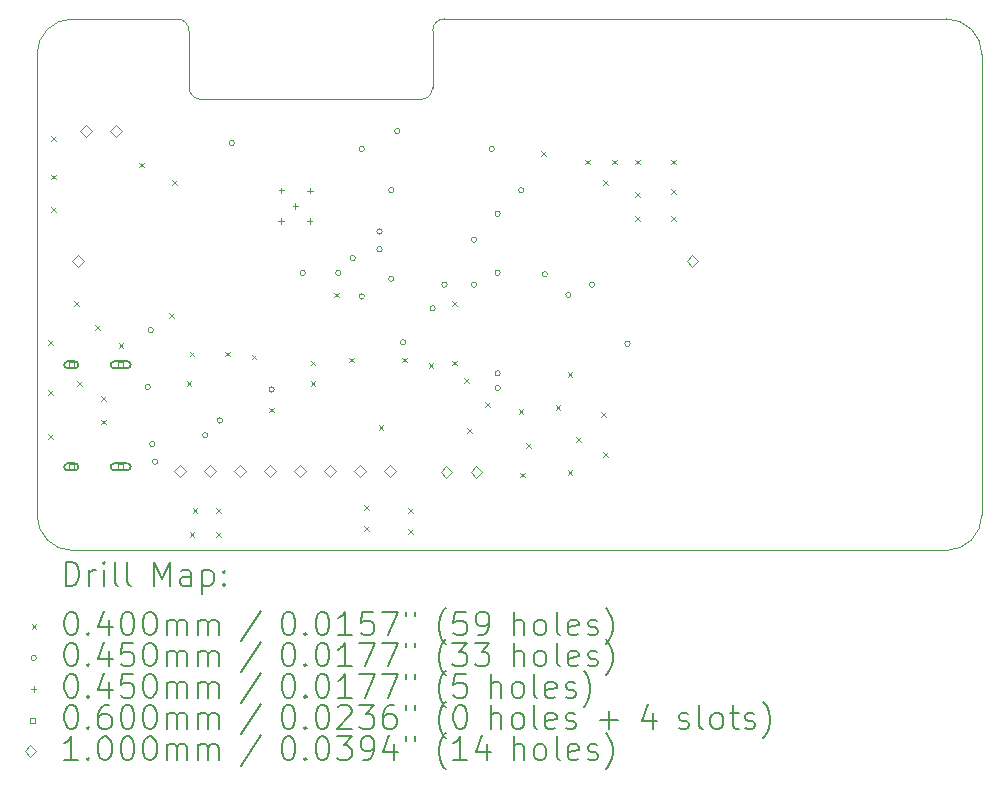
<source format=gbr>
%TF.GenerationSoftware,KiCad,Pcbnew,(7.0.0-0)*%
%TF.CreationDate,2023-03-01T12:51:13+00:00*%
%TF.ProjectId,winch-link,77696e63-682d-46c6-996e-6b2e6b696361,rev?*%
%TF.SameCoordinates,Original*%
%TF.FileFunction,Drillmap*%
%TF.FilePolarity,Positive*%
%FSLAX45Y45*%
G04 Gerber Fmt 4.5, Leading zero omitted, Abs format (unit mm)*
G04 Created by KiCad (PCBNEW (7.0.0-0)) date 2023-03-01 12:51:13*
%MOMM*%
%LPD*%
G01*
G04 APERTURE LIST*
%ADD10C,0.100000*%
%ADD11C,0.200000*%
%ADD12C,0.040000*%
%ADD13C,0.045000*%
%ADD14C,0.060000*%
G04 APERTURE END LIST*
D10*
X13987861Y-8919589D02*
G75*
G03*
X14087189Y-8820060I-111J99439D01*
G01*
X10737868Y-8537868D02*
X10737868Y-12437868D01*
X14087835Y-8337049D02*
X14087189Y-8820060D01*
X11037868Y-8237868D02*
X11925073Y-8238324D01*
X12024602Y-8337647D02*
X12026201Y-8819446D01*
X12024606Y-8337647D02*
G75*
G03*
X11925073Y-8238324I-99426J-103D01*
G01*
X18737868Y-8537872D02*
G75*
G03*
X18437864Y-8237872I-299998J2D01*
G01*
X18437868Y-12737868D02*
G75*
G03*
X18737868Y-12437868I2J299998D01*
G01*
X14187871Y-8237064D02*
X18437864Y-8237872D01*
X18737864Y-8537872D02*
X18737868Y-12437868D01*
X11037868Y-8237868D02*
G75*
G03*
X10737868Y-8537868I2J-300002D01*
G01*
X12026201Y-8819446D02*
G75*
G03*
X12125729Y-8918769I99429J106D01*
G01*
X14187871Y-8237065D02*
G75*
G03*
X14087835Y-8337049I-361J-99675D01*
G01*
X10737872Y-12437868D02*
G75*
G03*
X11037868Y-12737868I299998J-2D01*
G01*
X12125729Y-8918769D02*
X13987861Y-8919589D01*
X18437868Y-12737868D02*
X11037868Y-12737868D01*
D11*
D12*
X10830000Y-10955000D02*
X10870000Y-10995000D01*
X10870000Y-10955000D02*
X10830000Y-10995000D01*
X10830000Y-11380000D02*
X10870000Y-11420000D01*
X10870000Y-11380000D02*
X10830000Y-11420000D01*
X10830000Y-11755000D02*
X10870000Y-11795000D01*
X10870000Y-11755000D02*
X10830000Y-11795000D01*
X10855000Y-9230000D02*
X10895000Y-9270000D01*
X10895000Y-9230000D02*
X10855000Y-9270000D01*
X10855000Y-9555000D02*
X10895000Y-9595000D01*
X10895000Y-9555000D02*
X10855000Y-9595000D01*
X10855000Y-9830000D02*
X10895000Y-9870000D01*
X10895000Y-9830000D02*
X10855000Y-9870000D01*
X11055000Y-10630000D02*
X11095000Y-10670000D01*
X11095000Y-10630000D02*
X11055000Y-10670000D01*
X11080000Y-11305000D02*
X11120000Y-11345000D01*
X11120000Y-11305000D02*
X11080000Y-11345000D01*
X11230000Y-10830000D02*
X11270000Y-10870000D01*
X11270000Y-10830000D02*
X11230000Y-10870000D01*
X11280000Y-11430000D02*
X11320000Y-11470000D01*
X11320000Y-11430000D02*
X11280000Y-11470000D01*
X11280000Y-11630000D02*
X11320000Y-11670000D01*
X11320000Y-11630000D02*
X11280000Y-11670000D01*
X11430000Y-10980000D02*
X11470000Y-11020000D01*
X11470000Y-10980000D02*
X11430000Y-11020000D01*
X11605000Y-9455000D02*
X11645000Y-9495000D01*
X11645000Y-9455000D02*
X11605000Y-9495000D01*
X11855000Y-10730000D02*
X11895000Y-10770000D01*
X11895000Y-10730000D02*
X11855000Y-10770000D01*
X11880000Y-9605000D02*
X11920000Y-9645000D01*
X11920000Y-9605000D02*
X11880000Y-9645000D01*
X12005000Y-11305000D02*
X12045000Y-11345000D01*
X12045000Y-11305000D02*
X12005000Y-11345000D01*
X12030000Y-11055000D02*
X12070000Y-11095000D01*
X12070000Y-11055000D02*
X12030000Y-11095000D01*
X12030000Y-12580000D02*
X12070000Y-12620000D01*
X12070000Y-12580000D02*
X12030000Y-12620000D01*
X12055000Y-12380000D02*
X12095000Y-12420000D01*
X12095000Y-12380000D02*
X12055000Y-12420000D01*
X12255000Y-12380000D02*
X12295000Y-12420000D01*
X12295000Y-12380000D02*
X12255000Y-12420000D01*
X12255000Y-12580000D02*
X12295000Y-12620000D01*
X12295000Y-12580000D02*
X12255000Y-12620000D01*
X12330000Y-11055000D02*
X12370000Y-11095000D01*
X12370000Y-11055000D02*
X12330000Y-11095000D01*
X12555000Y-11080000D02*
X12595000Y-11120000D01*
X12595000Y-11080000D02*
X12555000Y-11120000D01*
X12705000Y-11530000D02*
X12745000Y-11570000D01*
X12745000Y-11530000D02*
X12705000Y-11570000D01*
X13055000Y-11130000D02*
X13095000Y-11170000D01*
X13095000Y-11130000D02*
X13055000Y-11170000D01*
X13055000Y-11305000D02*
X13095000Y-11345000D01*
X13095000Y-11305000D02*
X13055000Y-11345000D01*
X13255000Y-10555000D02*
X13295000Y-10595000D01*
X13295000Y-10555000D02*
X13255000Y-10595000D01*
X13380000Y-11105000D02*
X13420000Y-11145000D01*
X13420000Y-11105000D02*
X13380000Y-11145000D01*
X13505000Y-12355000D02*
X13545000Y-12395000D01*
X13545000Y-12355000D02*
X13505000Y-12395000D01*
X13505000Y-12530000D02*
X13545000Y-12570000D01*
X13545000Y-12530000D02*
X13505000Y-12570000D01*
X13630000Y-11680000D02*
X13670000Y-11720000D01*
X13670000Y-11680000D02*
X13630000Y-11720000D01*
X13830000Y-11105000D02*
X13870000Y-11145000D01*
X13870000Y-11105000D02*
X13830000Y-11145000D01*
X13880000Y-12380000D02*
X13920000Y-12420000D01*
X13920000Y-12380000D02*
X13880000Y-12420000D01*
X13880000Y-12555000D02*
X13920000Y-12595000D01*
X13920000Y-12555000D02*
X13880000Y-12595000D01*
X14055000Y-11155000D02*
X14095000Y-11195000D01*
X14095000Y-11155000D02*
X14055000Y-11195000D01*
X14255000Y-10630000D02*
X14295000Y-10670000D01*
X14295000Y-10630000D02*
X14255000Y-10670000D01*
X14255000Y-11130000D02*
X14295000Y-11170000D01*
X14295000Y-11130000D02*
X14255000Y-11170000D01*
X14355000Y-11280000D02*
X14395000Y-11320000D01*
X14395000Y-11280000D02*
X14355000Y-11320000D01*
X14380000Y-11705000D02*
X14420000Y-11745000D01*
X14420000Y-11705000D02*
X14380000Y-11745000D01*
X14530000Y-11480000D02*
X14570000Y-11520000D01*
X14570000Y-11480000D02*
X14530000Y-11520000D01*
X14815001Y-11540968D02*
X14855001Y-11580968D01*
X14855001Y-11540968D02*
X14815001Y-11580968D01*
X14830000Y-12080000D02*
X14870000Y-12120000D01*
X14870000Y-12080000D02*
X14830000Y-12120000D01*
X14880000Y-11830000D02*
X14920000Y-11870000D01*
X14920000Y-11830000D02*
X14880000Y-11870000D01*
X15005000Y-9355000D02*
X15045000Y-9395000D01*
X15045000Y-9355000D02*
X15005000Y-9395000D01*
X15130000Y-11505000D02*
X15170000Y-11545000D01*
X15170000Y-11505000D02*
X15130000Y-11545000D01*
X15230000Y-11230000D02*
X15270000Y-11270000D01*
X15270000Y-11230000D02*
X15230000Y-11270000D01*
X15230000Y-12055000D02*
X15270000Y-12095000D01*
X15270000Y-12055000D02*
X15230000Y-12095000D01*
X15305000Y-11780000D02*
X15345000Y-11820000D01*
X15345000Y-11780000D02*
X15305000Y-11820000D01*
X15380000Y-9430000D02*
X15420000Y-9470000D01*
X15420000Y-9430000D02*
X15380000Y-9470000D01*
X15517500Y-11567500D02*
X15557500Y-11607500D01*
X15557500Y-11567500D02*
X15517500Y-11607500D01*
X15530000Y-9605000D02*
X15570000Y-9645000D01*
X15570000Y-9605000D02*
X15530000Y-9645000D01*
X15530000Y-11905000D02*
X15570000Y-11945000D01*
X15570000Y-11905000D02*
X15530000Y-11945000D01*
X15605000Y-9430000D02*
X15645000Y-9470000D01*
X15645000Y-9430000D02*
X15605000Y-9470000D01*
X15805000Y-9430000D02*
X15845000Y-9470000D01*
X15845000Y-9430000D02*
X15805000Y-9470000D01*
X15805000Y-9705000D02*
X15845000Y-9745000D01*
X15845000Y-9705000D02*
X15805000Y-9745000D01*
X15805000Y-9905000D02*
X15845000Y-9945000D01*
X15845000Y-9905000D02*
X15805000Y-9945000D01*
X16105000Y-9430000D02*
X16145000Y-9470000D01*
X16145000Y-9430000D02*
X16105000Y-9470000D01*
X16105000Y-9680000D02*
X16145000Y-9720000D01*
X16145000Y-9680000D02*
X16105000Y-9720000D01*
X16105000Y-9905000D02*
X16145000Y-9945000D01*
X16145000Y-9905000D02*
X16105000Y-9945000D01*
D13*
X11697500Y-11353552D02*
G75*
G03*
X11697500Y-11353552I-22500J0D01*
G01*
X11724931Y-10872569D02*
G75*
G03*
X11724931Y-10872569I-22500J0D01*
G01*
X11735368Y-11837868D02*
G75*
G03*
X11735368Y-11837868I-22500J0D01*
G01*
X11760368Y-11987868D02*
G75*
G03*
X11760368Y-11987868I-22500J0D01*
G01*
X12185368Y-11762868D02*
G75*
G03*
X12185368Y-11762868I-22500J0D01*
G01*
X12308368Y-11637868D02*
G75*
G03*
X12308368Y-11637868I-22500J0D01*
G01*
X12410368Y-9287868D02*
G75*
G03*
X12410368Y-9287868I-22500J0D01*
G01*
X12747500Y-11375000D02*
G75*
G03*
X12747500Y-11375000I-22500J0D01*
G01*
X13010368Y-10387868D02*
G75*
G03*
X13010368Y-10387868I-22500J0D01*
G01*
X13310368Y-10387868D02*
G75*
G03*
X13310368Y-10387868I-22500J0D01*
G01*
X13434830Y-10263406D02*
G75*
G03*
X13434830Y-10263406I-22500J0D01*
G01*
X13510368Y-9337868D02*
G75*
G03*
X13510368Y-9337868I-22500J0D01*
G01*
X13510368Y-10587868D02*
G75*
G03*
X13510368Y-10587868I-22500J0D01*
G01*
X13660368Y-10037868D02*
G75*
G03*
X13660368Y-10037868I-22500J0D01*
G01*
X13660368Y-10187868D02*
G75*
G03*
X13660368Y-10187868I-22500J0D01*
G01*
X13760368Y-9687868D02*
G75*
G03*
X13760368Y-9687868I-22500J0D01*
G01*
X13760368Y-10437868D02*
G75*
G03*
X13760368Y-10437868I-22500J0D01*
G01*
X13810368Y-9187868D02*
G75*
G03*
X13810368Y-9187868I-22500J0D01*
G01*
X13860368Y-10975000D02*
G75*
G03*
X13860368Y-10975000I-22500J0D01*
G01*
X14110368Y-10687868D02*
G75*
G03*
X14110368Y-10687868I-22500J0D01*
G01*
X14210368Y-10487918D02*
G75*
G03*
X14210368Y-10487918I-22500J0D01*
G01*
X14460368Y-10107818D02*
G75*
G03*
X14460368Y-10107818I-22500J0D01*
G01*
X14460368Y-10487868D02*
G75*
G03*
X14460368Y-10487868I-22500J0D01*
G01*
X14610368Y-9337868D02*
G75*
G03*
X14610368Y-9337868I-22500J0D01*
G01*
X14660368Y-9887868D02*
G75*
G03*
X14660368Y-9887868I-22500J0D01*
G01*
X14660368Y-10387868D02*
G75*
G03*
X14660368Y-10387868I-22500J0D01*
G01*
X14660368Y-11237868D02*
G75*
G03*
X14660368Y-11237868I-22500J0D01*
G01*
X14660368Y-11362868D02*
G75*
G03*
X14660368Y-11362868I-22500J0D01*
G01*
X14860368Y-9687868D02*
G75*
G03*
X14860368Y-9687868I-22500J0D01*
G01*
X15060368Y-10400000D02*
G75*
G03*
X15060368Y-10400000I-22500J0D01*
G01*
X15260368Y-10575000D02*
G75*
G03*
X15260368Y-10575000I-22500J0D01*
G01*
X15460368Y-10487868D02*
G75*
G03*
X15460368Y-10487868I-22500J0D01*
G01*
X15760368Y-10987868D02*
G75*
G03*
X15760368Y-10987868I-22500J0D01*
G01*
X12803212Y-9926586D02*
X12803212Y-9971586D01*
X12780712Y-9949086D02*
X12825712Y-9949086D01*
X12807040Y-9666145D02*
X12807040Y-9711145D01*
X12784540Y-9688645D02*
X12829540Y-9688645D01*
X12925000Y-9798500D02*
X12925000Y-9843500D01*
X12902500Y-9821000D02*
X12947500Y-9821000D01*
X13047167Y-9925316D02*
X13047167Y-9970316D01*
X13024667Y-9947816D02*
X13069667Y-9947816D01*
X13049709Y-9668654D02*
X13049709Y-9713654D01*
X13027209Y-9691154D02*
X13072209Y-9691154D01*
D14*
X11049581Y-11187765D02*
X11049581Y-11145338D01*
X11007155Y-11145338D01*
X11007155Y-11187765D01*
X11049581Y-11187765D01*
D11*
X11058368Y-11136552D02*
X10998368Y-11136552D01*
X10998368Y-11136552D02*
G75*
G03*
X10998368Y-11196552I0J-30000D01*
G01*
X10998368Y-11196552D02*
X11058368Y-11196552D01*
X11058368Y-11196552D02*
G75*
G03*
X11058368Y-11136552I0J30000D01*
G01*
D14*
X11049581Y-12051765D02*
X11049581Y-12009338D01*
X11007155Y-12009338D01*
X11007155Y-12051765D01*
X11049581Y-12051765D01*
D11*
X11058368Y-12000552D02*
X10998368Y-12000552D01*
X10998368Y-12000552D02*
G75*
G03*
X10998368Y-12060552I0J-30000D01*
G01*
X10998368Y-12060552D02*
X11058368Y-12060552D01*
X11058368Y-12060552D02*
G75*
G03*
X11058368Y-12000552I0J30000D01*
G01*
D14*
X11467581Y-11187765D02*
X11467581Y-11145338D01*
X11425155Y-11145338D01*
X11425155Y-11187765D01*
X11467581Y-11187765D01*
D11*
X11501368Y-11136552D02*
X11391368Y-11136552D01*
X11391368Y-11136552D02*
G75*
G03*
X11391368Y-11196552I0J-30000D01*
G01*
X11391368Y-11196552D02*
X11501368Y-11196552D01*
X11501368Y-11196552D02*
G75*
G03*
X11501368Y-11136552I0J30000D01*
G01*
D14*
X11467581Y-12051765D02*
X11467581Y-12009338D01*
X11425155Y-12009338D01*
X11425155Y-12051765D01*
X11467581Y-12051765D01*
D11*
X11501368Y-12000552D02*
X11391368Y-12000552D01*
X11391368Y-12000552D02*
G75*
G03*
X11391368Y-12060552I0J-30000D01*
G01*
X11391368Y-12060552D02*
X11501368Y-12060552D01*
X11501368Y-12060552D02*
G75*
G03*
X11501368Y-12000552I0J30000D01*
G01*
D10*
X11087868Y-10337868D02*
X11137868Y-10287868D01*
X11087868Y-10237868D01*
X11037868Y-10287868D01*
X11087868Y-10337868D01*
X11151429Y-9235368D02*
X11201428Y-9185368D01*
X11151429Y-9135368D01*
X11101429Y-9185368D01*
X11151429Y-9235368D01*
X11405428Y-9235368D02*
X11455428Y-9185368D01*
X11405428Y-9135368D01*
X11355428Y-9185368D01*
X11405428Y-9235368D01*
X11947368Y-12113605D02*
X11997368Y-12063605D01*
X11947368Y-12013605D01*
X11897368Y-12063605D01*
X11947368Y-12113605D01*
X12201368Y-12113605D02*
X12251368Y-12063605D01*
X12201368Y-12013605D01*
X12151368Y-12063605D01*
X12201368Y-12113605D01*
X12455368Y-12113605D02*
X12505368Y-12063605D01*
X12455368Y-12013605D01*
X12405368Y-12063605D01*
X12455368Y-12113605D01*
X12709368Y-12113605D02*
X12759368Y-12063605D01*
X12709368Y-12013605D01*
X12659368Y-12063605D01*
X12709368Y-12113605D01*
X12963368Y-12113605D02*
X13013368Y-12063605D01*
X12963368Y-12013605D01*
X12913368Y-12063605D01*
X12963368Y-12113605D01*
X13217368Y-12113605D02*
X13267368Y-12063605D01*
X13217368Y-12013605D01*
X13167368Y-12063605D01*
X13217368Y-12113605D01*
X13471368Y-12113605D02*
X13521368Y-12063605D01*
X13471368Y-12013605D01*
X13421368Y-12063605D01*
X13471368Y-12113605D01*
X13725368Y-12113605D02*
X13775368Y-12063605D01*
X13725368Y-12013605D01*
X13675368Y-12063605D01*
X13725368Y-12113605D01*
X14205071Y-12121692D02*
X14255071Y-12071692D01*
X14205071Y-12021692D01*
X14155071Y-12071692D01*
X14205071Y-12121692D01*
X14459071Y-12121692D02*
X14509071Y-12071692D01*
X14459071Y-12021692D01*
X14409071Y-12071692D01*
X14459071Y-12121692D01*
X16287868Y-10337868D02*
X16337868Y-10287868D01*
X16287868Y-10237868D01*
X16237868Y-10287868D01*
X16287868Y-10337868D01*
D11*
X10980487Y-13036344D02*
X10980487Y-12836344D01*
X10980487Y-12836344D02*
X11028106Y-12836344D01*
X11028106Y-12836344D02*
X11056678Y-12845868D01*
X11056678Y-12845868D02*
X11075725Y-12864916D01*
X11075725Y-12864916D02*
X11085249Y-12883963D01*
X11085249Y-12883963D02*
X11094773Y-12922058D01*
X11094773Y-12922058D02*
X11094773Y-12950630D01*
X11094773Y-12950630D02*
X11085249Y-12988725D01*
X11085249Y-12988725D02*
X11075725Y-13007773D01*
X11075725Y-13007773D02*
X11056678Y-13026820D01*
X11056678Y-13026820D02*
X11028106Y-13036344D01*
X11028106Y-13036344D02*
X10980487Y-13036344D01*
X11180487Y-13036344D02*
X11180487Y-12903011D01*
X11180487Y-12941106D02*
X11190011Y-12922058D01*
X11190011Y-12922058D02*
X11199535Y-12912535D01*
X11199535Y-12912535D02*
X11218582Y-12903011D01*
X11218582Y-12903011D02*
X11237630Y-12903011D01*
X11304296Y-13036344D02*
X11304296Y-12903011D01*
X11304296Y-12836344D02*
X11294773Y-12845868D01*
X11294773Y-12845868D02*
X11304296Y-12855392D01*
X11304296Y-12855392D02*
X11313820Y-12845868D01*
X11313820Y-12845868D02*
X11304296Y-12836344D01*
X11304296Y-12836344D02*
X11304296Y-12855392D01*
X11428106Y-13036344D02*
X11409058Y-13026820D01*
X11409058Y-13026820D02*
X11399535Y-13007773D01*
X11399535Y-13007773D02*
X11399535Y-12836344D01*
X11532868Y-13036344D02*
X11513820Y-13026820D01*
X11513820Y-13026820D02*
X11504296Y-13007773D01*
X11504296Y-13007773D02*
X11504296Y-12836344D01*
X11729058Y-13036344D02*
X11729058Y-12836344D01*
X11729058Y-12836344D02*
X11795725Y-12979201D01*
X11795725Y-12979201D02*
X11862392Y-12836344D01*
X11862392Y-12836344D02*
X11862392Y-13036344D01*
X12043344Y-13036344D02*
X12043344Y-12931582D01*
X12043344Y-12931582D02*
X12033820Y-12912535D01*
X12033820Y-12912535D02*
X12014773Y-12903011D01*
X12014773Y-12903011D02*
X11976677Y-12903011D01*
X11976677Y-12903011D02*
X11957630Y-12912535D01*
X12043344Y-13026820D02*
X12024296Y-13036344D01*
X12024296Y-13036344D02*
X11976677Y-13036344D01*
X11976677Y-13036344D02*
X11957630Y-13026820D01*
X11957630Y-13026820D02*
X11948106Y-13007773D01*
X11948106Y-13007773D02*
X11948106Y-12988725D01*
X11948106Y-12988725D02*
X11957630Y-12969677D01*
X11957630Y-12969677D02*
X11976677Y-12960154D01*
X11976677Y-12960154D02*
X12024296Y-12960154D01*
X12024296Y-12960154D02*
X12043344Y-12950630D01*
X12138582Y-12903011D02*
X12138582Y-13103011D01*
X12138582Y-12912535D02*
X12157630Y-12903011D01*
X12157630Y-12903011D02*
X12195725Y-12903011D01*
X12195725Y-12903011D02*
X12214773Y-12912535D01*
X12214773Y-12912535D02*
X12224296Y-12922058D01*
X12224296Y-12922058D02*
X12233820Y-12941106D01*
X12233820Y-12941106D02*
X12233820Y-12998249D01*
X12233820Y-12998249D02*
X12224296Y-13017296D01*
X12224296Y-13017296D02*
X12214773Y-13026820D01*
X12214773Y-13026820D02*
X12195725Y-13036344D01*
X12195725Y-13036344D02*
X12157630Y-13036344D01*
X12157630Y-13036344D02*
X12138582Y-13026820D01*
X12319535Y-13017296D02*
X12329058Y-13026820D01*
X12329058Y-13026820D02*
X12319535Y-13036344D01*
X12319535Y-13036344D02*
X12310011Y-13026820D01*
X12310011Y-13026820D02*
X12319535Y-13017296D01*
X12319535Y-13017296D02*
X12319535Y-13036344D01*
X12319535Y-12912535D02*
X12329058Y-12922058D01*
X12329058Y-12922058D02*
X12319535Y-12931582D01*
X12319535Y-12931582D02*
X12310011Y-12922058D01*
X12310011Y-12922058D02*
X12319535Y-12912535D01*
X12319535Y-12912535D02*
X12319535Y-12931582D01*
D12*
X10692868Y-13362868D02*
X10732868Y-13402868D01*
X10732868Y-13362868D02*
X10692868Y-13402868D01*
D11*
X11018582Y-13256344D02*
X11037630Y-13256344D01*
X11037630Y-13256344D02*
X11056678Y-13265868D01*
X11056678Y-13265868D02*
X11066201Y-13275392D01*
X11066201Y-13275392D02*
X11075725Y-13294439D01*
X11075725Y-13294439D02*
X11085249Y-13332535D01*
X11085249Y-13332535D02*
X11085249Y-13380154D01*
X11085249Y-13380154D02*
X11075725Y-13418249D01*
X11075725Y-13418249D02*
X11066201Y-13437296D01*
X11066201Y-13437296D02*
X11056678Y-13446820D01*
X11056678Y-13446820D02*
X11037630Y-13456344D01*
X11037630Y-13456344D02*
X11018582Y-13456344D01*
X11018582Y-13456344D02*
X10999535Y-13446820D01*
X10999535Y-13446820D02*
X10990011Y-13437296D01*
X10990011Y-13437296D02*
X10980487Y-13418249D01*
X10980487Y-13418249D02*
X10970963Y-13380154D01*
X10970963Y-13380154D02*
X10970963Y-13332535D01*
X10970963Y-13332535D02*
X10980487Y-13294439D01*
X10980487Y-13294439D02*
X10990011Y-13275392D01*
X10990011Y-13275392D02*
X10999535Y-13265868D01*
X10999535Y-13265868D02*
X11018582Y-13256344D01*
X11170963Y-13437296D02*
X11180487Y-13446820D01*
X11180487Y-13446820D02*
X11170963Y-13456344D01*
X11170963Y-13456344D02*
X11161439Y-13446820D01*
X11161439Y-13446820D02*
X11170963Y-13437296D01*
X11170963Y-13437296D02*
X11170963Y-13456344D01*
X11351916Y-13323011D02*
X11351916Y-13456344D01*
X11304296Y-13246820D02*
X11256677Y-13389677D01*
X11256677Y-13389677D02*
X11380487Y-13389677D01*
X11494773Y-13256344D02*
X11513820Y-13256344D01*
X11513820Y-13256344D02*
X11532868Y-13265868D01*
X11532868Y-13265868D02*
X11542392Y-13275392D01*
X11542392Y-13275392D02*
X11551916Y-13294439D01*
X11551916Y-13294439D02*
X11561439Y-13332535D01*
X11561439Y-13332535D02*
X11561439Y-13380154D01*
X11561439Y-13380154D02*
X11551916Y-13418249D01*
X11551916Y-13418249D02*
X11542392Y-13437296D01*
X11542392Y-13437296D02*
X11532868Y-13446820D01*
X11532868Y-13446820D02*
X11513820Y-13456344D01*
X11513820Y-13456344D02*
X11494773Y-13456344D01*
X11494773Y-13456344D02*
X11475725Y-13446820D01*
X11475725Y-13446820D02*
X11466201Y-13437296D01*
X11466201Y-13437296D02*
X11456677Y-13418249D01*
X11456677Y-13418249D02*
X11447154Y-13380154D01*
X11447154Y-13380154D02*
X11447154Y-13332535D01*
X11447154Y-13332535D02*
X11456677Y-13294439D01*
X11456677Y-13294439D02*
X11466201Y-13275392D01*
X11466201Y-13275392D02*
X11475725Y-13265868D01*
X11475725Y-13265868D02*
X11494773Y-13256344D01*
X11685249Y-13256344D02*
X11704297Y-13256344D01*
X11704297Y-13256344D02*
X11723344Y-13265868D01*
X11723344Y-13265868D02*
X11732868Y-13275392D01*
X11732868Y-13275392D02*
X11742392Y-13294439D01*
X11742392Y-13294439D02*
X11751916Y-13332535D01*
X11751916Y-13332535D02*
X11751916Y-13380154D01*
X11751916Y-13380154D02*
X11742392Y-13418249D01*
X11742392Y-13418249D02*
X11732868Y-13437296D01*
X11732868Y-13437296D02*
X11723344Y-13446820D01*
X11723344Y-13446820D02*
X11704297Y-13456344D01*
X11704297Y-13456344D02*
X11685249Y-13456344D01*
X11685249Y-13456344D02*
X11666201Y-13446820D01*
X11666201Y-13446820D02*
X11656677Y-13437296D01*
X11656677Y-13437296D02*
X11647154Y-13418249D01*
X11647154Y-13418249D02*
X11637630Y-13380154D01*
X11637630Y-13380154D02*
X11637630Y-13332535D01*
X11637630Y-13332535D02*
X11647154Y-13294439D01*
X11647154Y-13294439D02*
X11656677Y-13275392D01*
X11656677Y-13275392D02*
X11666201Y-13265868D01*
X11666201Y-13265868D02*
X11685249Y-13256344D01*
X11837630Y-13456344D02*
X11837630Y-13323011D01*
X11837630Y-13342058D02*
X11847154Y-13332535D01*
X11847154Y-13332535D02*
X11866201Y-13323011D01*
X11866201Y-13323011D02*
X11894773Y-13323011D01*
X11894773Y-13323011D02*
X11913820Y-13332535D01*
X11913820Y-13332535D02*
X11923344Y-13351582D01*
X11923344Y-13351582D02*
X11923344Y-13456344D01*
X11923344Y-13351582D02*
X11932868Y-13332535D01*
X11932868Y-13332535D02*
X11951916Y-13323011D01*
X11951916Y-13323011D02*
X11980487Y-13323011D01*
X11980487Y-13323011D02*
X11999535Y-13332535D01*
X11999535Y-13332535D02*
X12009058Y-13351582D01*
X12009058Y-13351582D02*
X12009058Y-13456344D01*
X12104297Y-13456344D02*
X12104297Y-13323011D01*
X12104297Y-13342058D02*
X12113820Y-13332535D01*
X12113820Y-13332535D02*
X12132868Y-13323011D01*
X12132868Y-13323011D02*
X12161439Y-13323011D01*
X12161439Y-13323011D02*
X12180487Y-13332535D01*
X12180487Y-13332535D02*
X12190011Y-13351582D01*
X12190011Y-13351582D02*
X12190011Y-13456344D01*
X12190011Y-13351582D02*
X12199535Y-13332535D01*
X12199535Y-13332535D02*
X12218582Y-13323011D01*
X12218582Y-13323011D02*
X12247154Y-13323011D01*
X12247154Y-13323011D02*
X12266201Y-13332535D01*
X12266201Y-13332535D02*
X12275725Y-13351582D01*
X12275725Y-13351582D02*
X12275725Y-13456344D01*
X12633820Y-13246820D02*
X12462392Y-13503963D01*
X12858582Y-13256344D02*
X12877630Y-13256344D01*
X12877630Y-13256344D02*
X12896678Y-13265868D01*
X12896678Y-13265868D02*
X12906201Y-13275392D01*
X12906201Y-13275392D02*
X12915725Y-13294439D01*
X12915725Y-13294439D02*
X12925249Y-13332535D01*
X12925249Y-13332535D02*
X12925249Y-13380154D01*
X12925249Y-13380154D02*
X12915725Y-13418249D01*
X12915725Y-13418249D02*
X12906201Y-13437296D01*
X12906201Y-13437296D02*
X12896678Y-13446820D01*
X12896678Y-13446820D02*
X12877630Y-13456344D01*
X12877630Y-13456344D02*
X12858582Y-13456344D01*
X12858582Y-13456344D02*
X12839535Y-13446820D01*
X12839535Y-13446820D02*
X12830011Y-13437296D01*
X12830011Y-13437296D02*
X12820487Y-13418249D01*
X12820487Y-13418249D02*
X12810963Y-13380154D01*
X12810963Y-13380154D02*
X12810963Y-13332535D01*
X12810963Y-13332535D02*
X12820487Y-13294439D01*
X12820487Y-13294439D02*
X12830011Y-13275392D01*
X12830011Y-13275392D02*
X12839535Y-13265868D01*
X12839535Y-13265868D02*
X12858582Y-13256344D01*
X13010963Y-13437296D02*
X13020487Y-13446820D01*
X13020487Y-13446820D02*
X13010963Y-13456344D01*
X13010963Y-13456344D02*
X13001439Y-13446820D01*
X13001439Y-13446820D02*
X13010963Y-13437296D01*
X13010963Y-13437296D02*
X13010963Y-13456344D01*
X13144297Y-13256344D02*
X13163344Y-13256344D01*
X13163344Y-13256344D02*
X13182392Y-13265868D01*
X13182392Y-13265868D02*
X13191916Y-13275392D01*
X13191916Y-13275392D02*
X13201439Y-13294439D01*
X13201439Y-13294439D02*
X13210963Y-13332535D01*
X13210963Y-13332535D02*
X13210963Y-13380154D01*
X13210963Y-13380154D02*
X13201439Y-13418249D01*
X13201439Y-13418249D02*
X13191916Y-13437296D01*
X13191916Y-13437296D02*
X13182392Y-13446820D01*
X13182392Y-13446820D02*
X13163344Y-13456344D01*
X13163344Y-13456344D02*
X13144297Y-13456344D01*
X13144297Y-13456344D02*
X13125249Y-13446820D01*
X13125249Y-13446820D02*
X13115725Y-13437296D01*
X13115725Y-13437296D02*
X13106201Y-13418249D01*
X13106201Y-13418249D02*
X13096678Y-13380154D01*
X13096678Y-13380154D02*
X13096678Y-13332535D01*
X13096678Y-13332535D02*
X13106201Y-13294439D01*
X13106201Y-13294439D02*
X13115725Y-13275392D01*
X13115725Y-13275392D02*
X13125249Y-13265868D01*
X13125249Y-13265868D02*
X13144297Y-13256344D01*
X13401439Y-13456344D02*
X13287154Y-13456344D01*
X13344297Y-13456344D02*
X13344297Y-13256344D01*
X13344297Y-13256344D02*
X13325249Y-13284916D01*
X13325249Y-13284916D02*
X13306201Y-13303963D01*
X13306201Y-13303963D02*
X13287154Y-13313487D01*
X13582392Y-13256344D02*
X13487154Y-13256344D01*
X13487154Y-13256344D02*
X13477630Y-13351582D01*
X13477630Y-13351582D02*
X13487154Y-13342058D01*
X13487154Y-13342058D02*
X13506201Y-13332535D01*
X13506201Y-13332535D02*
X13553820Y-13332535D01*
X13553820Y-13332535D02*
X13572868Y-13342058D01*
X13572868Y-13342058D02*
X13582392Y-13351582D01*
X13582392Y-13351582D02*
X13591916Y-13370630D01*
X13591916Y-13370630D02*
X13591916Y-13418249D01*
X13591916Y-13418249D02*
X13582392Y-13437296D01*
X13582392Y-13437296D02*
X13572868Y-13446820D01*
X13572868Y-13446820D02*
X13553820Y-13456344D01*
X13553820Y-13456344D02*
X13506201Y-13456344D01*
X13506201Y-13456344D02*
X13487154Y-13446820D01*
X13487154Y-13446820D02*
X13477630Y-13437296D01*
X13658582Y-13256344D02*
X13791916Y-13256344D01*
X13791916Y-13256344D02*
X13706201Y-13456344D01*
X13858582Y-13256344D02*
X13858582Y-13294439D01*
X13934773Y-13256344D02*
X13934773Y-13294439D01*
X14197630Y-13532535D02*
X14188106Y-13523011D01*
X14188106Y-13523011D02*
X14169059Y-13494439D01*
X14169059Y-13494439D02*
X14159535Y-13475392D01*
X14159535Y-13475392D02*
X14150011Y-13446820D01*
X14150011Y-13446820D02*
X14140487Y-13399201D01*
X14140487Y-13399201D02*
X14140487Y-13361106D01*
X14140487Y-13361106D02*
X14150011Y-13313487D01*
X14150011Y-13313487D02*
X14159535Y-13284916D01*
X14159535Y-13284916D02*
X14169059Y-13265868D01*
X14169059Y-13265868D02*
X14188106Y-13237296D01*
X14188106Y-13237296D02*
X14197630Y-13227773D01*
X14369059Y-13256344D02*
X14273820Y-13256344D01*
X14273820Y-13256344D02*
X14264297Y-13351582D01*
X14264297Y-13351582D02*
X14273820Y-13342058D01*
X14273820Y-13342058D02*
X14292868Y-13332535D01*
X14292868Y-13332535D02*
X14340487Y-13332535D01*
X14340487Y-13332535D02*
X14359535Y-13342058D01*
X14359535Y-13342058D02*
X14369059Y-13351582D01*
X14369059Y-13351582D02*
X14378582Y-13370630D01*
X14378582Y-13370630D02*
X14378582Y-13418249D01*
X14378582Y-13418249D02*
X14369059Y-13437296D01*
X14369059Y-13437296D02*
X14359535Y-13446820D01*
X14359535Y-13446820D02*
X14340487Y-13456344D01*
X14340487Y-13456344D02*
X14292868Y-13456344D01*
X14292868Y-13456344D02*
X14273820Y-13446820D01*
X14273820Y-13446820D02*
X14264297Y-13437296D01*
X14473820Y-13456344D02*
X14511916Y-13456344D01*
X14511916Y-13456344D02*
X14530963Y-13446820D01*
X14530963Y-13446820D02*
X14540487Y-13437296D01*
X14540487Y-13437296D02*
X14559535Y-13408725D01*
X14559535Y-13408725D02*
X14569059Y-13370630D01*
X14569059Y-13370630D02*
X14569059Y-13294439D01*
X14569059Y-13294439D02*
X14559535Y-13275392D01*
X14559535Y-13275392D02*
X14550011Y-13265868D01*
X14550011Y-13265868D02*
X14530963Y-13256344D01*
X14530963Y-13256344D02*
X14492868Y-13256344D01*
X14492868Y-13256344D02*
X14473820Y-13265868D01*
X14473820Y-13265868D02*
X14464297Y-13275392D01*
X14464297Y-13275392D02*
X14454773Y-13294439D01*
X14454773Y-13294439D02*
X14454773Y-13342058D01*
X14454773Y-13342058D02*
X14464297Y-13361106D01*
X14464297Y-13361106D02*
X14473820Y-13370630D01*
X14473820Y-13370630D02*
X14492868Y-13380154D01*
X14492868Y-13380154D02*
X14530963Y-13380154D01*
X14530963Y-13380154D02*
X14550011Y-13370630D01*
X14550011Y-13370630D02*
X14559535Y-13361106D01*
X14559535Y-13361106D02*
X14569059Y-13342058D01*
X14774773Y-13456344D02*
X14774773Y-13256344D01*
X14860487Y-13456344D02*
X14860487Y-13351582D01*
X14860487Y-13351582D02*
X14850963Y-13332535D01*
X14850963Y-13332535D02*
X14831916Y-13323011D01*
X14831916Y-13323011D02*
X14803344Y-13323011D01*
X14803344Y-13323011D02*
X14784297Y-13332535D01*
X14784297Y-13332535D02*
X14774773Y-13342058D01*
X14984297Y-13456344D02*
X14965249Y-13446820D01*
X14965249Y-13446820D02*
X14955725Y-13437296D01*
X14955725Y-13437296D02*
X14946201Y-13418249D01*
X14946201Y-13418249D02*
X14946201Y-13361106D01*
X14946201Y-13361106D02*
X14955725Y-13342058D01*
X14955725Y-13342058D02*
X14965249Y-13332535D01*
X14965249Y-13332535D02*
X14984297Y-13323011D01*
X14984297Y-13323011D02*
X15012868Y-13323011D01*
X15012868Y-13323011D02*
X15031916Y-13332535D01*
X15031916Y-13332535D02*
X15041440Y-13342058D01*
X15041440Y-13342058D02*
X15050963Y-13361106D01*
X15050963Y-13361106D02*
X15050963Y-13418249D01*
X15050963Y-13418249D02*
X15041440Y-13437296D01*
X15041440Y-13437296D02*
X15031916Y-13446820D01*
X15031916Y-13446820D02*
X15012868Y-13456344D01*
X15012868Y-13456344D02*
X14984297Y-13456344D01*
X15165249Y-13456344D02*
X15146201Y-13446820D01*
X15146201Y-13446820D02*
X15136678Y-13427773D01*
X15136678Y-13427773D02*
X15136678Y-13256344D01*
X15317630Y-13446820D02*
X15298582Y-13456344D01*
X15298582Y-13456344D02*
X15260487Y-13456344D01*
X15260487Y-13456344D02*
X15241440Y-13446820D01*
X15241440Y-13446820D02*
X15231916Y-13427773D01*
X15231916Y-13427773D02*
X15231916Y-13351582D01*
X15231916Y-13351582D02*
X15241440Y-13332535D01*
X15241440Y-13332535D02*
X15260487Y-13323011D01*
X15260487Y-13323011D02*
X15298582Y-13323011D01*
X15298582Y-13323011D02*
X15317630Y-13332535D01*
X15317630Y-13332535D02*
X15327154Y-13351582D01*
X15327154Y-13351582D02*
X15327154Y-13370630D01*
X15327154Y-13370630D02*
X15231916Y-13389677D01*
X15403344Y-13446820D02*
X15422392Y-13456344D01*
X15422392Y-13456344D02*
X15460487Y-13456344D01*
X15460487Y-13456344D02*
X15479535Y-13446820D01*
X15479535Y-13446820D02*
X15489059Y-13427773D01*
X15489059Y-13427773D02*
X15489059Y-13418249D01*
X15489059Y-13418249D02*
X15479535Y-13399201D01*
X15479535Y-13399201D02*
X15460487Y-13389677D01*
X15460487Y-13389677D02*
X15431916Y-13389677D01*
X15431916Y-13389677D02*
X15412868Y-13380154D01*
X15412868Y-13380154D02*
X15403344Y-13361106D01*
X15403344Y-13361106D02*
X15403344Y-13351582D01*
X15403344Y-13351582D02*
X15412868Y-13332535D01*
X15412868Y-13332535D02*
X15431916Y-13323011D01*
X15431916Y-13323011D02*
X15460487Y-13323011D01*
X15460487Y-13323011D02*
X15479535Y-13332535D01*
X15555725Y-13532535D02*
X15565249Y-13523011D01*
X15565249Y-13523011D02*
X15584297Y-13494439D01*
X15584297Y-13494439D02*
X15593821Y-13475392D01*
X15593821Y-13475392D02*
X15603344Y-13446820D01*
X15603344Y-13446820D02*
X15612868Y-13399201D01*
X15612868Y-13399201D02*
X15612868Y-13361106D01*
X15612868Y-13361106D02*
X15603344Y-13313487D01*
X15603344Y-13313487D02*
X15593821Y-13284916D01*
X15593821Y-13284916D02*
X15584297Y-13265868D01*
X15584297Y-13265868D02*
X15565249Y-13237296D01*
X15565249Y-13237296D02*
X15555725Y-13227773D01*
D13*
X10732868Y-13646868D02*
G75*
G03*
X10732868Y-13646868I-22500J0D01*
G01*
D11*
X11018582Y-13520344D02*
X11037630Y-13520344D01*
X11037630Y-13520344D02*
X11056678Y-13529868D01*
X11056678Y-13529868D02*
X11066201Y-13539392D01*
X11066201Y-13539392D02*
X11075725Y-13558439D01*
X11075725Y-13558439D02*
X11085249Y-13596535D01*
X11085249Y-13596535D02*
X11085249Y-13644154D01*
X11085249Y-13644154D02*
X11075725Y-13682249D01*
X11075725Y-13682249D02*
X11066201Y-13701296D01*
X11066201Y-13701296D02*
X11056678Y-13710820D01*
X11056678Y-13710820D02*
X11037630Y-13720344D01*
X11037630Y-13720344D02*
X11018582Y-13720344D01*
X11018582Y-13720344D02*
X10999535Y-13710820D01*
X10999535Y-13710820D02*
X10990011Y-13701296D01*
X10990011Y-13701296D02*
X10980487Y-13682249D01*
X10980487Y-13682249D02*
X10970963Y-13644154D01*
X10970963Y-13644154D02*
X10970963Y-13596535D01*
X10970963Y-13596535D02*
X10980487Y-13558439D01*
X10980487Y-13558439D02*
X10990011Y-13539392D01*
X10990011Y-13539392D02*
X10999535Y-13529868D01*
X10999535Y-13529868D02*
X11018582Y-13520344D01*
X11170963Y-13701296D02*
X11180487Y-13710820D01*
X11180487Y-13710820D02*
X11170963Y-13720344D01*
X11170963Y-13720344D02*
X11161439Y-13710820D01*
X11161439Y-13710820D02*
X11170963Y-13701296D01*
X11170963Y-13701296D02*
X11170963Y-13720344D01*
X11351916Y-13587011D02*
X11351916Y-13720344D01*
X11304296Y-13510820D02*
X11256677Y-13653677D01*
X11256677Y-13653677D02*
X11380487Y-13653677D01*
X11551916Y-13520344D02*
X11456677Y-13520344D01*
X11456677Y-13520344D02*
X11447154Y-13615582D01*
X11447154Y-13615582D02*
X11456677Y-13606058D01*
X11456677Y-13606058D02*
X11475725Y-13596535D01*
X11475725Y-13596535D02*
X11523344Y-13596535D01*
X11523344Y-13596535D02*
X11542392Y-13606058D01*
X11542392Y-13606058D02*
X11551916Y-13615582D01*
X11551916Y-13615582D02*
X11561439Y-13634630D01*
X11561439Y-13634630D02*
X11561439Y-13682249D01*
X11561439Y-13682249D02*
X11551916Y-13701296D01*
X11551916Y-13701296D02*
X11542392Y-13710820D01*
X11542392Y-13710820D02*
X11523344Y-13720344D01*
X11523344Y-13720344D02*
X11475725Y-13720344D01*
X11475725Y-13720344D02*
X11456677Y-13710820D01*
X11456677Y-13710820D02*
X11447154Y-13701296D01*
X11685249Y-13520344D02*
X11704297Y-13520344D01*
X11704297Y-13520344D02*
X11723344Y-13529868D01*
X11723344Y-13529868D02*
X11732868Y-13539392D01*
X11732868Y-13539392D02*
X11742392Y-13558439D01*
X11742392Y-13558439D02*
X11751916Y-13596535D01*
X11751916Y-13596535D02*
X11751916Y-13644154D01*
X11751916Y-13644154D02*
X11742392Y-13682249D01*
X11742392Y-13682249D02*
X11732868Y-13701296D01*
X11732868Y-13701296D02*
X11723344Y-13710820D01*
X11723344Y-13710820D02*
X11704297Y-13720344D01*
X11704297Y-13720344D02*
X11685249Y-13720344D01*
X11685249Y-13720344D02*
X11666201Y-13710820D01*
X11666201Y-13710820D02*
X11656677Y-13701296D01*
X11656677Y-13701296D02*
X11647154Y-13682249D01*
X11647154Y-13682249D02*
X11637630Y-13644154D01*
X11637630Y-13644154D02*
X11637630Y-13596535D01*
X11637630Y-13596535D02*
X11647154Y-13558439D01*
X11647154Y-13558439D02*
X11656677Y-13539392D01*
X11656677Y-13539392D02*
X11666201Y-13529868D01*
X11666201Y-13529868D02*
X11685249Y-13520344D01*
X11837630Y-13720344D02*
X11837630Y-13587011D01*
X11837630Y-13606058D02*
X11847154Y-13596535D01*
X11847154Y-13596535D02*
X11866201Y-13587011D01*
X11866201Y-13587011D02*
X11894773Y-13587011D01*
X11894773Y-13587011D02*
X11913820Y-13596535D01*
X11913820Y-13596535D02*
X11923344Y-13615582D01*
X11923344Y-13615582D02*
X11923344Y-13720344D01*
X11923344Y-13615582D02*
X11932868Y-13596535D01*
X11932868Y-13596535D02*
X11951916Y-13587011D01*
X11951916Y-13587011D02*
X11980487Y-13587011D01*
X11980487Y-13587011D02*
X11999535Y-13596535D01*
X11999535Y-13596535D02*
X12009058Y-13615582D01*
X12009058Y-13615582D02*
X12009058Y-13720344D01*
X12104297Y-13720344D02*
X12104297Y-13587011D01*
X12104297Y-13606058D02*
X12113820Y-13596535D01*
X12113820Y-13596535D02*
X12132868Y-13587011D01*
X12132868Y-13587011D02*
X12161439Y-13587011D01*
X12161439Y-13587011D02*
X12180487Y-13596535D01*
X12180487Y-13596535D02*
X12190011Y-13615582D01*
X12190011Y-13615582D02*
X12190011Y-13720344D01*
X12190011Y-13615582D02*
X12199535Y-13596535D01*
X12199535Y-13596535D02*
X12218582Y-13587011D01*
X12218582Y-13587011D02*
X12247154Y-13587011D01*
X12247154Y-13587011D02*
X12266201Y-13596535D01*
X12266201Y-13596535D02*
X12275725Y-13615582D01*
X12275725Y-13615582D02*
X12275725Y-13720344D01*
X12633820Y-13510820D02*
X12462392Y-13767963D01*
X12858582Y-13520344D02*
X12877630Y-13520344D01*
X12877630Y-13520344D02*
X12896678Y-13529868D01*
X12896678Y-13529868D02*
X12906201Y-13539392D01*
X12906201Y-13539392D02*
X12915725Y-13558439D01*
X12915725Y-13558439D02*
X12925249Y-13596535D01*
X12925249Y-13596535D02*
X12925249Y-13644154D01*
X12925249Y-13644154D02*
X12915725Y-13682249D01*
X12915725Y-13682249D02*
X12906201Y-13701296D01*
X12906201Y-13701296D02*
X12896678Y-13710820D01*
X12896678Y-13710820D02*
X12877630Y-13720344D01*
X12877630Y-13720344D02*
X12858582Y-13720344D01*
X12858582Y-13720344D02*
X12839535Y-13710820D01*
X12839535Y-13710820D02*
X12830011Y-13701296D01*
X12830011Y-13701296D02*
X12820487Y-13682249D01*
X12820487Y-13682249D02*
X12810963Y-13644154D01*
X12810963Y-13644154D02*
X12810963Y-13596535D01*
X12810963Y-13596535D02*
X12820487Y-13558439D01*
X12820487Y-13558439D02*
X12830011Y-13539392D01*
X12830011Y-13539392D02*
X12839535Y-13529868D01*
X12839535Y-13529868D02*
X12858582Y-13520344D01*
X13010963Y-13701296D02*
X13020487Y-13710820D01*
X13020487Y-13710820D02*
X13010963Y-13720344D01*
X13010963Y-13720344D02*
X13001439Y-13710820D01*
X13001439Y-13710820D02*
X13010963Y-13701296D01*
X13010963Y-13701296D02*
X13010963Y-13720344D01*
X13144297Y-13520344D02*
X13163344Y-13520344D01*
X13163344Y-13520344D02*
X13182392Y-13529868D01*
X13182392Y-13529868D02*
X13191916Y-13539392D01*
X13191916Y-13539392D02*
X13201439Y-13558439D01*
X13201439Y-13558439D02*
X13210963Y-13596535D01*
X13210963Y-13596535D02*
X13210963Y-13644154D01*
X13210963Y-13644154D02*
X13201439Y-13682249D01*
X13201439Y-13682249D02*
X13191916Y-13701296D01*
X13191916Y-13701296D02*
X13182392Y-13710820D01*
X13182392Y-13710820D02*
X13163344Y-13720344D01*
X13163344Y-13720344D02*
X13144297Y-13720344D01*
X13144297Y-13720344D02*
X13125249Y-13710820D01*
X13125249Y-13710820D02*
X13115725Y-13701296D01*
X13115725Y-13701296D02*
X13106201Y-13682249D01*
X13106201Y-13682249D02*
X13096678Y-13644154D01*
X13096678Y-13644154D02*
X13096678Y-13596535D01*
X13096678Y-13596535D02*
X13106201Y-13558439D01*
X13106201Y-13558439D02*
X13115725Y-13539392D01*
X13115725Y-13539392D02*
X13125249Y-13529868D01*
X13125249Y-13529868D02*
X13144297Y-13520344D01*
X13401439Y-13720344D02*
X13287154Y-13720344D01*
X13344297Y-13720344D02*
X13344297Y-13520344D01*
X13344297Y-13520344D02*
X13325249Y-13548916D01*
X13325249Y-13548916D02*
X13306201Y-13567963D01*
X13306201Y-13567963D02*
X13287154Y-13577487D01*
X13468106Y-13520344D02*
X13601439Y-13520344D01*
X13601439Y-13520344D02*
X13515725Y-13720344D01*
X13658582Y-13520344D02*
X13791916Y-13520344D01*
X13791916Y-13520344D02*
X13706201Y-13720344D01*
X13858582Y-13520344D02*
X13858582Y-13558439D01*
X13934773Y-13520344D02*
X13934773Y-13558439D01*
X14197630Y-13796535D02*
X14188106Y-13787011D01*
X14188106Y-13787011D02*
X14169059Y-13758439D01*
X14169059Y-13758439D02*
X14159535Y-13739392D01*
X14159535Y-13739392D02*
X14150011Y-13710820D01*
X14150011Y-13710820D02*
X14140487Y-13663201D01*
X14140487Y-13663201D02*
X14140487Y-13625106D01*
X14140487Y-13625106D02*
X14150011Y-13577487D01*
X14150011Y-13577487D02*
X14159535Y-13548916D01*
X14159535Y-13548916D02*
X14169059Y-13529868D01*
X14169059Y-13529868D02*
X14188106Y-13501296D01*
X14188106Y-13501296D02*
X14197630Y-13491773D01*
X14254773Y-13520344D02*
X14378582Y-13520344D01*
X14378582Y-13520344D02*
X14311916Y-13596535D01*
X14311916Y-13596535D02*
X14340487Y-13596535D01*
X14340487Y-13596535D02*
X14359535Y-13606058D01*
X14359535Y-13606058D02*
X14369059Y-13615582D01*
X14369059Y-13615582D02*
X14378582Y-13634630D01*
X14378582Y-13634630D02*
X14378582Y-13682249D01*
X14378582Y-13682249D02*
X14369059Y-13701296D01*
X14369059Y-13701296D02*
X14359535Y-13710820D01*
X14359535Y-13710820D02*
X14340487Y-13720344D01*
X14340487Y-13720344D02*
X14283344Y-13720344D01*
X14283344Y-13720344D02*
X14264297Y-13710820D01*
X14264297Y-13710820D02*
X14254773Y-13701296D01*
X14445249Y-13520344D02*
X14569059Y-13520344D01*
X14569059Y-13520344D02*
X14502392Y-13596535D01*
X14502392Y-13596535D02*
X14530963Y-13596535D01*
X14530963Y-13596535D02*
X14550011Y-13606058D01*
X14550011Y-13606058D02*
X14559535Y-13615582D01*
X14559535Y-13615582D02*
X14569059Y-13634630D01*
X14569059Y-13634630D02*
X14569059Y-13682249D01*
X14569059Y-13682249D02*
X14559535Y-13701296D01*
X14559535Y-13701296D02*
X14550011Y-13710820D01*
X14550011Y-13710820D02*
X14530963Y-13720344D01*
X14530963Y-13720344D02*
X14473820Y-13720344D01*
X14473820Y-13720344D02*
X14454773Y-13710820D01*
X14454773Y-13710820D02*
X14445249Y-13701296D01*
X14774773Y-13720344D02*
X14774773Y-13520344D01*
X14860487Y-13720344D02*
X14860487Y-13615582D01*
X14860487Y-13615582D02*
X14850963Y-13596535D01*
X14850963Y-13596535D02*
X14831916Y-13587011D01*
X14831916Y-13587011D02*
X14803344Y-13587011D01*
X14803344Y-13587011D02*
X14784297Y-13596535D01*
X14784297Y-13596535D02*
X14774773Y-13606058D01*
X14984297Y-13720344D02*
X14965249Y-13710820D01*
X14965249Y-13710820D02*
X14955725Y-13701296D01*
X14955725Y-13701296D02*
X14946201Y-13682249D01*
X14946201Y-13682249D02*
X14946201Y-13625106D01*
X14946201Y-13625106D02*
X14955725Y-13606058D01*
X14955725Y-13606058D02*
X14965249Y-13596535D01*
X14965249Y-13596535D02*
X14984297Y-13587011D01*
X14984297Y-13587011D02*
X15012868Y-13587011D01*
X15012868Y-13587011D02*
X15031916Y-13596535D01*
X15031916Y-13596535D02*
X15041440Y-13606058D01*
X15041440Y-13606058D02*
X15050963Y-13625106D01*
X15050963Y-13625106D02*
X15050963Y-13682249D01*
X15050963Y-13682249D02*
X15041440Y-13701296D01*
X15041440Y-13701296D02*
X15031916Y-13710820D01*
X15031916Y-13710820D02*
X15012868Y-13720344D01*
X15012868Y-13720344D02*
X14984297Y-13720344D01*
X15165249Y-13720344D02*
X15146201Y-13710820D01*
X15146201Y-13710820D02*
X15136678Y-13691773D01*
X15136678Y-13691773D02*
X15136678Y-13520344D01*
X15317630Y-13710820D02*
X15298582Y-13720344D01*
X15298582Y-13720344D02*
X15260487Y-13720344D01*
X15260487Y-13720344D02*
X15241440Y-13710820D01*
X15241440Y-13710820D02*
X15231916Y-13691773D01*
X15231916Y-13691773D02*
X15231916Y-13615582D01*
X15231916Y-13615582D02*
X15241440Y-13596535D01*
X15241440Y-13596535D02*
X15260487Y-13587011D01*
X15260487Y-13587011D02*
X15298582Y-13587011D01*
X15298582Y-13587011D02*
X15317630Y-13596535D01*
X15317630Y-13596535D02*
X15327154Y-13615582D01*
X15327154Y-13615582D02*
X15327154Y-13634630D01*
X15327154Y-13634630D02*
X15231916Y-13653677D01*
X15403344Y-13710820D02*
X15422392Y-13720344D01*
X15422392Y-13720344D02*
X15460487Y-13720344D01*
X15460487Y-13720344D02*
X15479535Y-13710820D01*
X15479535Y-13710820D02*
X15489059Y-13691773D01*
X15489059Y-13691773D02*
X15489059Y-13682249D01*
X15489059Y-13682249D02*
X15479535Y-13663201D01*
X15479535Y-13663201D02*
X15460487Y-13653677D01*
X15460487Y-13653677D02*
X15431916Y-13653677D01*
X15431916Y-13653677D02*
X15412868Y-13644154D01*
X15412868Y-13644154D02*
X15403344Y-13625106D01*
X15403344Y-13625106D02*
X15403344Y-13615582D01*
X15403344Y-13615582D02*
X15412868Y-13596535D01*
X15412868Y-13596535D02*
X15431916Y-13587011D01*
X15431916Y-13587011D02*
X15460487Y-13587011D01*
X15460487Y-13587011D02*
X15479535Y-13596535D01*
X15555725Y-13796535D02*
X15565249Y-13787011D01*
X15565249Y-13787011D02*
X15584297Y-13758439D01*
X15584297Y-13758439D02*
X15593821Y-13739392D01*
X15593821Y-13739392D02*
X15603344Y-13710820D01*
X15603344Y-13710820D02*
X15612868Y-13663201D01*
X15612868Y-13663201D02*
X15612868Y-13625106D01*
X15612868Y-13625106D02*
X15603344Y-13577487D01*
X15603344Y-13577487D02*
X15593821Y-13548916D01*
X15593821Y-13548916D02*
X15584297Y-13529868D01*
X15584297Y-13529868D02*
X15565249Y-13501296D01*
X15565249Y-13501296D02*
X15555725Y-13491773D01*
D13*
X10710368Y-13888368D02*
X10710368Y-13933368D01*
X10687868Y-13910868D02*
X10732868Y-13910868D01*
D11*
X11018582Y-13784344D02*
X11037630Y-13784344D01*
X11037630Y-13784344D02*
X11056678Y-13793868D01*
X11056678Y-13793868D02*
X11066201Y-13803392D01*
X11066201Y-13803392D02*
X11075725Y-13822439D01*
X11075725Y-13822439D02*
X11085249Y-13860535D01*
X11085249Y-13860535D02*
X11085249Y-13908154D01*
X11085249Y-13908154D02*
X11075725Y-13946249D01*
X11075725Y-13946249D02*
X11066201Y-13965296D01*
X11066201Y-13965296D02*
X11056678Y-13974820D01*
X11056678Y-13974820D02*
X11037630Y-13984344D01*
X11037630Y-13984344D02*
X11018582Y-13984344D01*
X11018582Y-13984344D02*
X10999535Y-13974820D01*
X10999535Y-13974820D02*
X10990011Y-13965296D01*
X10990011Y-13965296D02*
X10980487Y-13946249D01*
X10980487Y-13946249D02*
X10970963Y-13908154D01*
X10970963Y-13908154D02*
X10970963Y-13860535D01*
X10970963Y-13860535D02*
X10980487Y-13822439D01*
X10980487Y-13822439D02*
X10990011Y-13803392D01*
X10990011Y-13803392D02*
X10999535Y-13793868D01*
X10999535Y-13793868D02*
X11018582Y-13784344D01*
X11170963Y-13965296D02*
X11180487Y-13974820D01*
X11180487Y-13974820D02*
X11170963Y-13984344D01*
X11170963Y-13984344D02*
X11161439Y-13974820D01*
X11161439Y-13974820D02*
X11170963Y-13965296D01*
X11170963Y-13965296D02*
X11170963Y-13984344D01*
X11351916Y-13851011D02*
X11351916Y-13984344D01*
X11304296Y-13774820D02*
X11256677Y-13917677D01*
X11256677Y-13917677D02*
X11380487Y-13917677D01*
X11551916Y-13784344D02*
X11456677Y-13784344D01*
X11456677Y-13784344D02*
X11447154Y-13879582D01*
X11447154Y-13879582D02*
X11456677Y-13870058D01*
X11456677Y-13870058D02*
X11475725Y-13860535D01*
X11475725Y-13860535D02*
X11523344Y-13860535D01*
X11523344Y-13860535D02*
X11542392Y-13870058D01*
X11542392Y-13870058D02*
X11551916Y-13879582D01*
X11551916Y-13879582D02*
X11561439Y-13898630D01*
X11561439Y-13898630D02*
X11561439Y-13946249D01*
X11561439Y-13946249D02*
X11551916Y-13965296D01*
X11551916Y-13965296D02*
X11542392Y-13974820D01*
X11542392Y-13974820D02*
X11523344Y-13984344D01*
X11523344Y-13984344D02*
X11475725Y-13984344D01*
X11475725Y-13984344D02*
X11456677Y-13974820D01*
X11456677Y-13974820D02*
X11447154Y-13965296D01*
X11685249Y-13784344D02*
X11704297Y-13784344D01*
X11704297Y-13784344D02*
X11723344Y-13793868D01*
X11723344Y-13793868D02*
X11732868Y-13803392D01*
X11732868Y-13803392D02*
X11742392Y-13822439D01*
X11742392Y-13822439D02*
X11751916Y-13860535D01*
X11751916Y-13860535D02*
X11751916Y-13908154D01*
X11751916Y-13908154D02*
X11742392Y-13946249D01*
X11742392Y-13946249D02*
X11732868Y-13965296D01*
X11732868Y-13965296D02*
X11723344Y-13974820D01*
X11723344Y-13974820D02*
X11704297Y-13984344D01*
X11704297Y-13984344D02*
X11685249Y-13984344D01*
X11685249Y-13984344D02*
X11666201Y-13974820D01*
X11666201Y-13974820D02*
X11656677Y-13965296D01*
X11656677Y-13965296D02*
X11647154Y-13946249D01*
X11647154Y-13946249D02*
X11637630Y-13908154D01*
X11637630Y-13908154D02*
X11637630Y-13860535D01*
X11637630Y-13860535D02*
X11647154Y-13822439D01*
X11647154Y-13822439D02*
X11656677Y-13803392D01*
X11656677Y-13803392D02*
X11666201Y-13793868D01*
X11666201Y-13793868D02*
X11685249Y-13784344D01*
X11837630Y-13984344D02*
X11837630Y-13851011D01*
X11837630Y-13870058D02*
X11847154Y-13860535D01*
X11847154Y-13860535D02*
X11866201Y-13851011D01*
X11866201Y-13851011D02*
X11894773Y-13851011D01*
X11894773Y-13851011D02*
X11913820Y-13860535D01*
X11913820Y-13860535D02*
X11923344Y-13879582D01*
X11923344Y-13879582D02*
X11923344Y-13984344D01*
X11923344Y-13879582D02*
X11932868Y-13860535D01*
X11932868Y-13860535D02*
X11951916Y-13851011D01*
X11951916Y-13851011D02*
X11980487Y-13851011D01*
X11980487Y-13851011D02*
X11999535Y-13860535D01*
X11999535Y-13860535D02*
X12009058Y-13879582D01*
X12009058Y-13879582D02*
X12009058Y-13984344D01*
X12104297Y-13984344D02*
X12104297Y-13851011D01*
X12104297Y-13870058D02*
X12113820Y-13860535D01*
X12113820Y-13860535D02*
X12132868Y-13851011D01*
X12132868Y-13851011D02*
X12161439Y-13851011D01*
X12161439Y-13851011D02*
X12180487Y-13860535D01*
X12180487Y-13860535D02*
X12190011Y-13879582D01*
X12190011Y-13879582D02*
X12190011Y-13984344D01*
X12190011Y-13879582D02*
X12199535Y-13860535D01*
X12199535Y-13860535D02*
X12218582Y-13851011D01*
X12218582Y-13851011D02*
X12247154Y-13851011D01*
X12247154Y-13851011D02*
X12266201Y-13860535D01*
X12266201Y-13860535D02*
X12275725Y-13879582D01*
X12275725Y-13879582D02*
X12275725Y-13984344D01*
X12633820Y-13774820D02*
X12462392Y-14031963D01*
X12858582Y-13784344D02*
X12877630Y-13784344D01*
X12877630Y-13784344D02*
X12896678Y-13793868D01*
X12896678Y-13793868D02*
X12906201Y-13803392D01*
X12906201Y-13803392D02*
X12915725Y-13822439D01*
X12915725Y-13822439D02*
X12925249Y-13860535D01*
X12925249Y-13860535D02*
X12925249Y-13908154D01*
X12925249Y-13908154D02*
X12915725Y-13946249D01*
X12915725Y-13946249D02*
X12906201Y-13965296D01*
X12906201Y-13965296D02*
X12896678Y-13974820D01*
X12896678Y-13974820D02*
X12877630Y-13984344D01*
X12877630Y-13984344D02*
X12858582Y-13984344D01*
X12858582Y-13984344D02*
X12839535Y-13974820D01*
X12839535Y-13974820D02*
X12830011Y-13965296D01*
X12830011Y-13965296D02*
X12820487Y-13946249D01*
X12820487Y-13946249D02*
X12810963Y-13908154D01*
X12810963Y-13908154D02*
X12810963Y-13860535D01*
X12810963Y-13860535D02*
X12820487Y-13822439D01*
X12820487Y-13822439D02*
X12830011Y-13803392D01*
X12830011Y-13803392D02*
X12839535Y-13793868D01*
X12839535Y-13793868D02*
X12858582Y-13784344D01*
X13010963Y-13965296D02*
X13020487Y-13974820D01*
X13020487Y-13974820D02*
X13010963Y-13984344D01*
X13010963Y-13984344D02*
X13001439Y-13974820D01*
X13001439Y-13974820D02*
X13010963Y-13965296D01*
X13010963Y-13965296D02*
X13010963Y-13984344D01*
X13144297Y-13784344D02*
X13163344Y-13784344D01*
X13163344Y-13784344D02*
X13182392Y-13793868D01*
X13182392Y-13793868D02*
X13191916Y-13803392D01*
X13191916Y-13803392D02*
X13201439Y-13822439D01*
X13201439Y-13822439D02*
X13210963Y-13860535D01*
X13210963Y-13860535D02*
X13210963Y-13908154D01*
X13210963Y-13908154D02*
X13201439Y-13946249D01*
X13201439Y-13946249D02*
X13191916Y-13965296D01*
X13191916Y-13965296D02*
X13182392Y-13974820D01*
X13182392Y-13974820D02*
X13163344Y-13984344D01*
X13163344Y-13984344D02*
X13144297Y-13984344D01*
X13144297Y-13984344D02*
X13125249Y-13974820D01*
X13125249Y-13974820D02*
X13115725Y-13965296D01*
X13115725Y-13965296D02*
X13106201Y-13946249D01*
X13106201Y-13946249D02*
X13096678Y-13908154D01*
X13096678Y-13908154D02*
X13096678Y-13860535D01*
X13096678Y-13860535D02*
X13106201Y-13822439D01*
X13106201Y-13822439D02*
X13115725Y-13803392D01*
X13115725Y-13803392D02*
X13125249Y-13793868D01*
X13125249Y-13793868D02*
X13144297Y-13784344D01*
X13401439Y-13984344D02*
X13287154Y-13984344D01*
X13344297Y-13984344D02*
X13344297Y-13784344D01*
X13344297Y-13784344D02*
X13325249Y-13812916D01*
X13325249Y-13812916D02*
X13306201Y-13831963D01*
X13306201Y-13831963D02*
X13287154Y-13841487D01*
X13468106Y-13784344D02*
X13601439Y-13784344D01*
X13601439Y-13784344D02*
X13515725Y-13984344D01*
X13658582Y-13784344D02*
X13791916Y-13784344D01*
X13791916Y-13784344D02*
X13706201Y-13984344D01*
X13858582Y-13784344D02*
X13858582Y-13822439D01*
X13934773Y-13784344D02*
X13934773Y-13822439D01*
X14197630Y-14060535D02*
X14188106Y-14051011D01*
X14188106Y-14051011D02*
X14169059Y-14022439D01*
X14169059Y-14022439D02*
X14159535Y-14003392D01*
X14159535Y-14003392D02*
X14150011Y-13974820D01*
X14150011Y-13974820D02*
X14140487Y-13927201D01*
X14140487Y-13927201D02*
X14140487Y-13889106D01*
X14140487Y-13889106D02*
X14150011Y-13841487D01*
X14150011Y-13841487D02*
X14159535Y-13812916D01*
X14159535Y-13812916D02*
X14169059Y-13793868D01*
X14169059Y-13793868D02*
X14188106Y-13765296D01*
X14188106Y-13765296D02*
X14197630Y-13755773D01*
X14369059Y-13784344D02*
X14273820Y-13784344D01*
X14273820Y-13784344D02*
X14264297Y-13879582D01*
X14264297Y-13879582D02*
X14273820Y-13870058D01*
X14273820Y-13870058D02*
X14292868Y-13860535D01*
X14292868Y-13860535D02*
X14340487Y-13860535D01*
X14340487Y-13860535D02*
X14359535Y-13870058D01*
X14359535Y-13870058D02*
X14369059Y-13879582D01*
X14369059Y-13879582D02*
X14378582Y-13898630D01*
X14378582Y-13898630D02*
X14378582Y-13946249D01*
X14378582Y-13946249D02*
X14369059Y-13965296D01*
X14369059Y-13965296D02*
X14359535Y-13974820D01*
X14359535Y-13974820D02*
X14340487Y-13984344D01*
X14340487Y-13984344D02*
X14292868Y-13984344D01*
X14292868Y-13984344D02*
X14273820Y-13974820D01*
X14273820Y-13974820D02*
X14264297Y-13965296D01*
X14584297Y-13984344D02*
X14584297Y-13784344D01*
X14670011Y-13984344D02*
X14670011Y-13879582D01*
X14670011Y-13879582D02*
X14660487Y-13860535D01*
X14660487Y-13860535D02*
X14641440Y-13851011D01*
X14641440Y-13851011D02*
X14612868Y-13851011D01*
X14612868Y-13851011D02*
X14593820Y-13860535D01*
X14593820Y-13860535D02*
X14584297Y-13870058D01*
X14793820Y-13984344D02*
X14774773Y-13974820D01*
X14774773Y-13974820D02*
X14765249Y-13965296D01*
X14765249Y-13965296D02*
X14755725Y-13946249D01*
X14755725Y-13946249D02*
X14755725Y-13889106D01*
X14755725Y-13889106D02*
X14765249Y-13870058D01*
X14765249Y-13870058D02*
X14774773Y-13860535D01*
X14774773Y-13860535D02*
X14793820Y-13851011D01*
X14793820Y-13851011D02*
X14822392Y-13851011D01*
X14822392Y-13851011D02*
X14841440Y-13860535D01*
X14841440Y-13860535D02*
X14850963Y-13870058D01*
X14850963Y-13870058D02*
X14860487Y-13889106D01*
X14860487Y-13889106D02*
X14860487Y-13946249D01*
X14860487Y-13946249D02*
X14850963Y-13965296D01*
X14850963Y-13965296D02*
X14841440Y-13974820D01*
X14841440Y-13974820D02*
X14822392Y-13984344D01*
X14822392Y-13984344D02*
X14793820Y-13984344D01*
X14974773Y-13984344D02*
X14955725Y-13974820D01*
X14955725Y-13974820D02*
X14946201Y-13955773D01*
X14946201Y-13955773D02*
X14946201Y-13784344D01*
X15127154Y-13974820D02*
X15108106Y-13984344D01*
X15108106Y-13984344D02*
X15070011Y-13984344D01*
X15070011Y-13984344D02*
X15050963Y-13974820D01*
X15050963Y-13974820D02*
X15041440Y-13955773D01*
X15041440Y-13955773D02*
X15041440Y-13879582D01*
X15041440Y-13879582D02*
X15050963Y-13860535D01*
X15050963Y-13860535D02*
X15070011Y-13851011D01*
X15070011Y-13851011D02*
X15108106Y-13851011D01*
X15108106Y-13851011D02*
X15127154Y-13860535D01*
X15127154Y-13860535D02*
X15136678Y-13879582D01*
X15136678Y-13879582D02*
X15136678Y-13898630D01*
X15136678Y-13898630D02*
X15041440Y-13917677D01*
X15212868Y-13974820D02*
X15231916Y-13984344D01*
X15231916Y-13984344D02*
X15270011Y-13984344D01*
X15270011Y-13984344D02*
X15289059Y-13974820D01*
X15289059Y-13974820D02*
X15298582Y-13955773D01*
X15298582Y-13955773D02*
X15298582Y-13946249D01*
X15298582Y-13946249D02*
X15289059Y-13927201D01*
X15289059Y-13927201D02*
X15270011Y-13917677D01*
X15270011Y-13917677D02*
X15241440Y-13917677D01*
X15241440Y-13917677D02*
X15222392Y-13908154D01*
X15222392Y-13908154D02*
X15212868Y-13889106D01*
X15212868Y-13889106D02*
X15212868Y-13879582D01*
X15212868Y-13879582D02*
X15222392Y-13860535D01*
X15222392Y-13860535D02*
X15241440Y-13851011D01*
X15241440Y-13851011D02*
X15270011Y-13851011D01*
X15270011Y-13851011D02*
X15289059Y-13860535D01*
X15365249Y-14060535D02*
X15374773Y-14051011D01*
X15374773Y-14051011D02*
X15393821Y-14022439D01*
X15393821Y-14022439D02*
X15403344Y-14003392D01*
X15403344Y-14003392D02*
X15412868Y-13974820D01*
X15412868Y-13974820D02*
X15422392Y-13927201D01*
X15422392Y-13927201D02*
X15422392Y-13889106D01*
X15422392Y-13889106D02*
X15412868Y-13841487D01*
X15412868Y-13841487D02*
X15403344Y-13812916D01*
X15403344Y-13812916D02*
X15393821Y-13793868D01*
X15393821Y-13793868D02*
X15374773Y-13765296D01*
X15374773Y-13765296D02*
X15365249Y-13755773D01*
D14*
X10724081Y-14196081D02*
X10724081Y-14153655D01*
X10681655Y-14153655D01*
X10681655Y-14196081D01*
X10724081Y-14196081D01*
D11*
X11018582Y-14048344D02*
X11037630Y-14048344D01*
X11037630Y-14048344D02*
X11056678Y-14057868D01*
X11056678Y-14057868D02*
X11066201Y-14067392D01*
X11066201Y-14067392D02*
X11075725Y-14086439D01*
X11075725Y-14086439D02*
X11085249Y-14124535D01*
X11085249Y-14124535D02*
X11085249Y-14172154D01*
X11085249Y-14172154D02*
X11075725Y-14210249D01*
X11075725Y-14210249D02*
X11066201Y-14229296D01*
X11066201Y-14229296D02*
X11056678Y-14238820D01*
X11056678Y-14238820D02*
X11037630Y-14248344D01*
X11037630Y-14248344D02*
X11018582Y-14248344D01*
X11018582Y-14248344D02*
X10999535Y-14238820D01*
X10999535Y-14238820D02*
X10990011Y-14229296D01*
X10990011Y-14229296D02*
X10980487Y-14210249D01*
X10980487Y-14210249D02*
X10970963Y-14172154D01*
X10970963Y-14172154D02*
X10970963Y-14124535D01*
X10970963Y-14124535D02*
X10980487Y-14086439D01*
X10980487Y-14086439D02*
X10990011Y-14067392D01*
X10990011Y-14067392D02*
X10999535Y-14057868D01*
X10999535Y-14057868D02*
X11018582Y-14048344D01*
X11170963Y-14229296D02*
X11180487Y-14238820D01*
X11180487Y-14238820D02*
X11170963Y-14248344D01*
X11170963Y-14248344D02*
X11161439Y-14238820D01*
X11161439Y-14238820D02*
X11170963Y-14229296D01*
X11170963Y-14229296D02*
X11170963Y-14248344D01*
X11351916Y-14048344D02*
X11313820Y-14048344D01*
X11313820Y-14048344D02*
X11294773Y-14057868D01*
X11294773Y-14057868D02*
X11285249Y-14067392D01*
X11285249Y-14067392D02*
X11266201Y-14095963D01*
X11266201Y-14095963D02*
X11256677Y-14134058D01*
X11256677Y-14134058D02*
X11256677Y-14210249D01*
X11256677Y-14210249D02*
X11266201Y-14229296D01*
X11266201Y-14229296D02*
X11275725Y-14238820D01*
X11275725Y-14238820D02*
X11294773Y-14248344D01*
X11294773Y-14248344D02*
X11332868Y-14248344D01*
X11332868Y-14248344D02*
X11351916Y-14238820D01*
X11351916Y-14238820D02*
X11361439Y-14229296D01*
X11361439Y-14229296D02*
X11370963Y-14210249D01*
X11370963Y-14210249D02*
X11370963Y-14162630D01*
X11370963Y-14162630D02*
X11361439Y-14143582D01*
X11361439Y-14143582D02*
X11351916Y-14134058D01*
X11351916Y-14134058D02*
X11332868Y-14124535D01*
X11332868Y-14124535D02*
X11294773Y-14124535D01*
X11294773Y-14124535D02*
X11275725Y-14134058D01*
X11275725Y-14134058D02*
X11266201Y-14143582D01*
X11266201Y-14143582D02*
X11256677Y-14162630D01*
X11494773Y-14048344D02*
X11513820Y-14048344D01*
X11513820Y-14048344D02*
X11532868Y-14057868D01*
X11532868Y-14057868D02*
X11542392Y-14067392D01*
X11542392Y-14067392D02*
X11551916Y-14086439D01*
X11551916Y-14086439D02*
X11561439Y-14124535D01*
X11561439Y-14124535D02*
X11561439Y-14172154D01*
X11561439Y-14172154D02*
X11551916Y-14210249D01*
X11551916Y-14210249D02*
X11542392Y-14229296D01*
X11542392Y-14229296D02*
X11532868Y-14238820D01*
X11532868Y-14238820D02*
X11513820Y-14248344D01*
X11513820Y-14248344D02*
X11494773Y-14248344D01*
X11494773Y-14248344D02*
X11475725Y-14238820D01*
X11475725Y-14238820D02*
X11466201Y-14229296D01*
X11466201Y-14229296D02*
X11456677Y-14210249D01*
X11456677Y-14210249D02*
X11447154Y-14172154D01*
X11447154Y-14172154D02*
X11447154Y-14124535D01*
X11447154Y-14124535D02*
X11456677Y-14086439D01*
X11456677Y-14086439D02*
X11466201Y-14067392D01*
X11466201Y-14067392D02*
X11475725Y-14057868D01*
X11475725Y-14057868D02*
X11494773Y-14048344D01*
X11685249Y-14048344D02*
X11704297Y-14048344D01*
X11704297Y-14048344D02*
X11723344Y-14057868D01*
X11723344Y-14057868D02*
X11732868Y-14067392D01*
X11732868Y-14067392D02*
X11742392Y-14086439D01*
X11742392Y-14086439D02*
X11751916Y-14124535D01*
X11751916Y-14124535D02*
X11751916Y-14172154D01*
X11751916Y-14172154D02*
X11742392Y-14210249D01*
X11742392Y-14210249D02*
X11732868Y-14229296D01*
X11732868Y-14229296D02*
X11723344Y-14238820D01*
X11723344Y-14238820D02*
X11704297Y-14248344D01*
X11704297Y-14248344D02*
X11685249Y-14248344D01*
X11685249Y-14248344D02*
X11666201Y-14238820D01*
X11666201Y-14238820D02*
X11656677Y-14229296D01*
X11656677Y-14229296D02*
X11647154Y-14210249D01*
X11647154Y-14210249D02*
X11637630Y-14172154D01*
X11637630Y-14172154D02*
X11637630Y-14124535D01*
X11637630Y-14124535D02*
X11647154Y-14086439D01*
X11647154Y-14086439D02*
X11656677Y-14067392D01*
X11656677Y-14067392D02*
X11666201Y-14057868D01*
X11666201Y-14057868D02*
X11685249Y-14048344D01*
X11837630Y-14248344D02*
X11837630Y-14115011D01*
X11837630Y-14134058D02*
X11847154Y-14124535D01*
X11847154Y-14124535D02*
X11866201Y-14115011D01*
X11866201Y-14115011D02*
X11894773Y-14115011D01*
X11894773Y-14115011D02*
X11913820Y-14124535D01*
X11913820Y-14124535D02*
X11923344Y-14143582D01*
X11923344Y-14143582D02*
X11923344Y-14248344D01*
X11923344Y-14143582D02*
X11932868Y-14124535D01*
X11932868Y-14124535D02*
X11951916Y-14115011D01*
X11951916Y-14115011D02*
X11980487Y-14115011D01*
X11980487Y-14115011D02*
X11999535Y-14124535D01*
X11999535Y-14124535D02*
X12009058Y-14143582D01*
X12009058Y-14143582D02*
X12009058Y-14248344D01*
X12104297Y-14248344D02*
X12104297Y-14115011D01*
X12104297Y-14134058D02*
X12113820Y-14124535D01*
X12113820Y-14124535D02*
X12132868Y-14115011D01*
X12132868Y-14115011D02*
X12161439Y-14115011D01*
X12161439Y-14115011D02*
X12180487Y-14124535D01*
X12180487Y-14124535D02*
X12190011Y-14143582D01*
X12190011Y-14143582D02*
X12190011Y-14248344D01*
X12190011Y-14143582D02*
X12199535Y-14124535D01*
X12199535Y-14124535D02*
X12218582Y-14115011D01*
X12218582Y-14115011D02*
X12247154Y-14115011D01*
X12247154Y-14115011D02*
X12266201Y-14124535D01*
X12266201Y-14124535D02*
X12275725Y-14143582D01*
X12275725Y-14143582D02*
X12275725Y-14248344D01*
X12633820Y-14038820D02*
X12462392Y-14295963D01*
X12858582Y-14048344D02*
X12877630Y-14048344D01*
X12877630Y-14048344D02*
X12896678Y-14057868D01*
X12896678Y-14057868D02*
X12906201Y-14067392D01*
X12906201Y-14067392D02*
X12915725Y-14086439D01*
X12915725Y-14086439D02*
X12925249Y-14124535D01*
X12925249Y-14124535D02*
X12925249Y-14172154D01*
X12925249Y-14172154D02*
X12915725Y-14210249D01*
X12915725Y-14210249D02*
X12906201Y-14229296D01*
X12906201Y-14229296D02*
X12896678Y-14238820D01*
X12896678Y-14238820D02*
X12877630Y-14248344D01*
X12877630Y-14248344D02*
X12858582Y-14248344D01*
X12858582Y-14248344D02*
X12839535Y-14238820D01*
X12839535Y-14238820D02*
X12830011Y-14229296D01*
X12830011Y-14229296D02*
X12820487Y-14210249D01*
X12820487Y-14210249D02*
X12810963Y-14172154D01*
X12810963Y-14172154D02*
X12810963Y-14124535D01*
X12810963Y-14124535D02*
X12820487Y-14086439D01*
X12820487Y-14086439D02*
X12830011Y-14067392D01*
X12830011Y-14067392D02*
X12839535Y-14057868D01*
X12839535Y-14057868D02*
X12858582Y-14048344D01*
X13010963Y-14229296D02*
X13020487Y-14238820D01*
X13020487Y-14238820D02*
X13010963Y-14248344D01*
X13010963Y-14248344D02*
X13001439Y-14238820D01*
X13001439Y-14238820D02*
X13010963Y-14229296D01*
X13010963Y-14229296D02*
X13010963Y-14248344D01*
X13144297Y-14048344D02*
X13163344Y-14048344D01*
X13163344Y-14048344D02*
X13182392Y-14057868D01*
X13182392Y-14057868D02*
X13191916Y-14067392D01*
X13191916Y-14067392D02*
X13201439Y-14086439D01*
X13201439Y-14086439D02*
X13210963Y-14124535D01*
X13210963Y-14124535D02*
X13210963Y-14172154D01*
X13210963Y-14172154D02*
X13201439Y-14210249D01*
X13201439Y-14210249D02*
X13191916Y-14229296D01*
X13191916Y-14229296D02*
X13182392Y-14238820D01*
X13182392Y-14238820D02*
X13163344Y-14248344D01*
X13163344Y-14248344D02*
X13144297Y-14248344D01*
X13144297Y-14248344D02*
X13125249Y-14238820D01*
X13125249Y-14238820D02*
X13115725Y-14229296D01*
X13115725Y-14229296D02*
X13106201Y-14210249D01*
X13106201Y-14210249D02*
X13096678Y-14172154D01*
X13096678Y-14172154D02*
X13096678Y-14124535D01*
X13096678Y-14124535D02*
X13106201Y-14086439D01*
X13106201Y-14086439D02*
X13115725Y-14067392D01*
X13115725Y-14067392D02*
X13125249Y-14057868D01*
X13125249Y-14057868D02*
X13144297Y-14048344D01*
X13287154Y-14067392D02*
X13296678Y-14057868D01*
X13296678Y-14057868D02*
X13315725Y-14048344D01*
X13315725Y-14048344D02*
X13363344Y-14048344D01*
X13363344Y-14048344D02*
X13382392Y-14057868D01*
X13382392Y-14057868D02*
X13391916Y-14067392D01*
X13391916Y-14067392D02*
X13401439Y-14086439D01*
X13401439Y-14086439D02*
X13401439Y-14105487D01*
X13401439Y-14105487D02*
X13391916Y-14134058D01*
X13391916Y-14134058D02*
X13277630Y-14248344D01*
X13277630Y-14248344D02*
X13401439Y-14248344D01*
X13468106Y-14048344D02*
X13591916Y-14048344D01*
X13591916Y-14048344D02*
X13525249Y-14124535D01*
X13525249Y-14124535D02*
X13553820Y-14124535D01*
X13553820Y-14124535D02*
X13572868Y-14134058D01*
X13572868Y-14134058D02*
X13582392Y-14143582D01*
X13582392Y-14143582D02*
X13591916Y-14162630D01*
X13591916Y-14162630D02*
X13591916Y-14210249D01*
X13591916Y-14210249D02*
X13582392Y-14229296D01*
X13582392Y-14229296D02*
X13572868Y-14238820D01*
X13572868Y-14238820D02*
X13553820Y-14248344D01*
X13553820Y-14248344D02*
X13496678Y-14248344D01*
X13496678Y-14248344D02*
X13477630Y-14238820D01*
X13477630Y-14238820D02*
X13468106Y-14229296D01*
X13763344Y-14048344D02*
X13725249Y-14048344D01*
X13725249Y-14048344D02*
X13706201Y-14057868D01*
X13706201Y-14057868D02*
X13696678Y-14067392D01*
X13696678Y-14067392D02*
X13677630Y-14095963D01*
X13677630Y-14095963D02*
X13668106Y-14134058D01*
X13668106Y-14134058D02*
X13668106Y-14210249D01*
X13668106Y-14210249D02*
X13677630Y-14229296D01*
X13677630Y-14229296D02*
X13687154Y-14238820D01*
X13687154Y-14238820D02*
X13706201Y-14248344D01*
X13706201Y-14248344D02*
X13744297Y-14248344D01*
X13744297Y-14248344D02*
X13763344Y-14238820D01*
X13763344Y-14238820D02*
X13772868Y-14229296D01*
X13772868Y-14229296D02*
X13782392Y-14210249D01*
X13782392Y-14210249D02*
X13782392Y-14162630D01*
X13782392Y-14162630D02*
X13772868Y-14143582D01*
X13772868Y-14143582D02*
X13763344Y-14134058D01*
X13763344Y-14134058D02*
X13744297Y-14124535D01*
X13744297Y-14124535D02*
X13706201Y-14124535D01*
X13706201Y-14124535D02*
X13687154Y-14134058D01*
X13687154Y-14134058D02*
X13677630Y-14143582D01*
X13677630Y-14143582D02*
X13668106Y-14162630D01*
X13858582Y-14048344D02*
X13858582Y-14086439D01*
X13934773Y-14048344D02*
X13934773Y-14086439D01*
X14197630Y-14324535D02*
X14188106Y-14315011D01*
X14188106Y-14315011D02*
X14169059Y-14286439D01*
X14169059Y-14286439D02*
X14159535Y-14267392D01*
X14159535Y-14267392D02*
X14150011Y-14238820D01*
X14150011Y-14238820D02*
X14140487Y-14191201D01*
X14140487Y-14191201D02*
X14140487Y-14153106D01*
X14140487Y-14153106D02*
X14150011Y-14105487D01*
X14150011Y-14105487D02*
X14159535Y-14076916D01*
X14159535Y-14076916D02*
X14169059Y-14057868D01*
X14169059Y-14057868D02*
X14188106Y-14029296D01*
X14188106Y-14029296D02*
X14197630Y-14019773D01*
X14311916Y-14048344D02*
X14330963Y-14048344D01*
X14330963Y-14048344D02*
X14350011Y-14057868D01*
X14350011Y-14057868D02*
X14359535Y-14067392D01*
X14359535Y-14067392D02*
X14369059Y-14086439D01*
X14369059Y-14086439D02*
X14378582Y-14124535D01*
X14378582Y-14124535D02*
X14378582Y-14172154D01*
X14378582Y-14172154D02*
X14369059Y-14210249D01*
X14369059Y-14210249D02*
X14359535Y-14229296D01*
X14359535Y-14229296D02*
X14350011Y-14238820D01*
X14350011Y-14238820D02*
X14330963Y-14248344D01*
X14330963Y-14248344D02*
X14311916Y-14248344D01*
X14311916Y-14248344D02*
X14292868Y-14238820D01*
X14292868Y-14238820D02*
X14283344Y-14229296D01*
X14283344Y-14229296D02*
X14273820Y-14210249D01*
X14273820Y-14210249D02*
X14264297Y-14172154D01*
X14264297Y-14172154D02*
X14264297Y-14124535D01*
X14264297Y-14124535D02*
X14273820Y-14086439D01*
X14273820Y-14086439D02*
X14283344Y-14067392D01*
X14283344Y-14067392D02*
X14292868Y-14057868D01*
X14292868Y-14057868D02*
X14311916Y-14048344D01*
X14584297Y-14248344D02*
X14584297Y-14048344D01*
X14670011Y-14248344D02*
X14670011Y-14143582D01*
X14670011Y-14143582D02*
X14660487Y-14124535D01*
X14660487Y-14124535D02*
X14641440Y-14115011D01*
X14641440Y-14115011D02*
X14612868Y-14115011D01*
X14612868Y-14115011D02*
X14593820Y-14124535D01*
X14593820Y-14124535D02*
X14584297Y-14134058D01*
X14793820Y-14248344D02*
X14774773Y-14238820D01*
X14774773Y-14238820D02*
X14765249Y-14229296D01*
X14765249Y-14229296D02*
X14755725Y-14210249D01*
X14755725Y-14210249D02*
X14755725Y-14153106D01*
X14755725Y-14153106D02*
X14765249Y-14134058D01*
X14765249Y-14134058D02*
X14774773Y-14124535D01*
X14774773Y-14124535D02*
X14793820Y-14115011D01*
X14793820Y-14115011D02*
X14822392Y-14115011D01*
X14822392Y-14115011D02*
X14841440Y-14124535D01*
X14841440Y-14124535D02*
X14850963Y-14134058D01*
X14850963Y-14134058D02*
X14860487Y-14153106D01*
X14860487Y-14153106D02*
X14860487Y-14210249D01*
X14860487Y-14210249D02*
X14850963Y-14229296D01*
X14850963Y-14229296D02*
X14841440Y-14238820D01*
X14841440Y-14238820D02*
X14822392Y-14248344D01*
X14822392Y-14248344D02*
X14793820Y-14248344D01*
X14974773Y-14248344D02*
X14955725Y-14238820D01*
X14955725Y-14238820D02*
X14946201Y-14219773D01*
X14946201Y-14219773D02*
X14946201Y-14048344D01*
X15127154Y-14238820D02*
X15108106Y-14248344D01*
X15108106Y-14248344D02*
X15070011Y-14248344D01*
X15070011Y-14248344D02*
X15050963Y-14238820D01*
X15050963Y-14238820D02*
X15041440Y-14219773D01*
X15041440Y-14219773D02*
X15041440Y-14143582D01*
X15041440Y-14143582D02*
X15050963Y-14124535D01*
X15050963Y-14124535D02*
X15070011Y-14115011D01*
X15070011Y-14115011D02*
X15108106Y-14115011D01*
X15108106Y-14115011D02*
X15127154Y-14124535D01*
X15127154Y-14124535D02*
X15136678Y-14143582D01*
X15136678Y-14143582D02*
X15136678Y-14162630D01*
X15136678Y-14162630D02*
X15041440Y-14181677D01*
X15212868Y-14238820D02*
X15231916Y-14248344D01*
X15231916Y-14248344D02*
X15270011Y-14248344D01*
X15270011Y-14248344D02*
X15289059Y-14238820D01*
X15289059Y-14238820D02*
X15298582Y-14219773D01*
X15298582Y-14219773D02*
X15298582Y-14210249D01*
X15298582Y-14210249D02*
X15289059Y-14191201D01*
X15289059Y-14191201D02*
X15270011Y-14181677D01*
X15270011Y-14181677D02*
X15241440Y-14181677D01*
X15241440Y-14181677D02*
X15222392Y-14172154D01*
X15222392Y-14172154D02*
X15212868Y-14153106D01*
X15212868Y-14153106D02*
X15212868Y-14143582D01*
X15212868Y-14143582D02*
X15222392Y-14124535D01*
X15222392Y-14124535D02*
X15241440Y-14115011D01*
X15241440Y-14115011D02*
X15270011Y-14115011D01*
X15270011Y-14115011D02*
X15289059Y-14124535D01*
X15504297Y-14172154D02*
X15656678Y-14172154D01*
X15580487Y-14248344D02*
X15580487Y-14095963D01*
X15957630Y-14115011D02*
X15957630Y-14248344D01*
X15910011Y-14038820D02*
X15862392Y-14181677D01*
X15862392Y-14181677D02*
X15986201Y-14181677D01*
X16172868Y-14238820D02*
X16191916Y-14248344D01*
X16191916Y-14248344D02*
X16230011Y-14248344D01*
X16230011Y-14248344D02*
X16249059Y-14238820D01*
X16249059Y-14238820D02*
X16258582Y-14219773D01*
X16258582Y-14219773D02*
X16258582Y-14210249D01*
X16258582Y-14210249D02*
X16249059Y-14191201D01*
X16249059Y-14191201D02*
X16230011Y-14181677D01*
X16230011Y-14181677D02*
X16201440Y-14181677D01*
X16201440Y-14181677D02*
X16182392Y-14172154D01*
X16182392Y-14172154D02*
X16172868Y-14153106D01*
X16172868Y-14153106D02*
X16172868Y-14143582D01*
X16172868Y-14143582D02*
X16182392Y-14124535D01*
X16182392Y-14124535D02*
X16201440Y-14115011D01*
X16201440Y-14115011D02*
X16230011Y-14115011D01*
X16230011Y-14115011D02*
X16249059Y-14124535D01*
X16372868Y-14248344D02*
X16353821Y-14238820D01*
X16353821Y-14238820D02*
X16344297Y-14219773D01*
X16344297Y-14219773D02*
X16344297Y-14048344D01*
X16477630Y-14248344D02*
X16458582Y-14238820D01*
X16458582Y-14238820D02*
X16449059Y-14229296D01*
X16449059Y-14229296D02*
X16439535Y-14210249D01*
X16439535Y-14210249D02*
X16439535Y-14153106D01*
X16439535Y-14153106D02*
X16449059Y-14134058D01*
X16449059Y-14134058D02*
X16458582Y-14124535D01*
X16458582Y-14124535D02*
X16477630Y-14115011D01*
X16477630Y-14115011D02*
X16506202Y-14115011D01*
X16506202Y-14115011D02*
X16525249Y-14124535D01*
X16525249Y-14124535D02*
X16534773Y-14134058D01*
X16534773Y-14134058D02*
X16544297Y-14153106D01*
X16544297Y-14153106D02*
X16544297Y-14210249D01*
X16544297Y-14210249D02*
X16534773Y-14229296D01*
X16534773Y-14229296D02*
X16525249Y-14238820D01*
X16525249Y-14238820D02*
X16506202Y-14248344D01*
X16506202Y-14248344D02*
X16477630Y-14248344D01*
X16601440Y-14115011D02*
X16677630Y-14115011D01*
X16630011Y-14048344D02*
X16630011Y-14219773D01*
X16630011Y-14219773D02*
X16639535Y-14238820D01*
X16639535Y-14238820D02*
X16658582Y-14248344D01*
X16658582Y-14248344D02*
X16677630Y-14248344D01*
X16734773Y-14238820D02*
X16753821Y-14248344D01*
X16753821Y-14248344D02*
X16791916Y-14248344D01*
X16791916Y-14248344D02*
X16810964Y-14238820D01*
X16810964Y-14238820D02*
X16820487Y-14219773D01*
X16820487Y-14219773D02*
X16820487Y-14210249D01*
X16820487Y-14210249D02*
X16810964Y-14191201D01*
X16810964Y-14191201D02*
X16791916Y-14181677D01*
X16791916Y-14181677D02*
X16763344Y-14181677D01*
X16763344Y-14181677D02*
X16744297Y-14172154D01*
X16744297Y-14172154D02*
X16734773Y-14153106D01*
X16734773Y-14153106D02*
X16734773Y-14143582D01*
X16734773Y-14143582D02*
X16744297Y-14124535D01*
X16744297Y-14124535D02*
X16763344Y-14115011D01*
X16763344Y-14115011D02*
X16791916Y-14115011D01*
X16791916Y-14115011D02*
X16810964Y-14124535D01*
X16887154Y-14324535D02*
X16896678Y-14315011D01*
X16896678Y-14315011D02*
X16915725Y-14286439D01*
X16915725Y-14286439D02*
X16925249Y-14267392D01*
X16925249Y-14267392D02*
X16934773Y-14238820D01*
X16934773Y-14238820D02*
X16944297Y-14191201D01*
X16944297Y-14191201D02*
X16944297Y-14153106D01*
X16944297Y-14153106D02*
X16934773Y-14105487D01*
X16934773Y-14105487D02*
X16925249Y-14076916D01*
X16925249Y-14076916D02*
X16915725Y-14057868D01*
X16915725Y-14057868D02*
X16896678Y-14029296D01*
X16896678Y-14029296D02*
X16887154Y-14019773D01*
D10*
X10682868Y-14488868D02*
X10732868Y-14438868D01*
X10682868Y-14388868D01*
X10632868Y-14438868D01*
X10682868Y-14488868D01*
D11*
X11085249Y-14512344D02*
X10970963Y-14512344D01*
X11028106Y-14512344D02*
X11028106Y-14312344D01*
X11028106Y-14312344D02*
X11009058Y-14340916D01*
X11009058Y-14340916D02*
X10990011Y-14359963D01*
X10990011Y-14359963D02*
X10970963Y-14369487D01*
X11170963Y-14493296D02*
X11180487Y-14502820D01*
X11180487Y-14502820D02*
X11170963Y-14512344D01*
X11170963Y-14512344D02*
X11161439Y-14502820D01*
X11161439Y-14502820D02*
X11170963Y-14493296D01*
X11170963Y-14493296D02*
X11170963Y-14512344D01*
X11304296Y-14312344D02*
X11323344Y-14312344D01*
X11323344Y-14312344D02*
X11342392Y-14321868D01*
X11342392Y-14321868D02*
X11351916Y-14331392D01*
X11351916Y-14331392D02*
X11361439Y-14350439D01*
X11361439Y-14350439D02*
X11370963Y-14388535D01*
X11370963Y-14388535D02*
X11370963Y-14436154D01*
X11370963Y-14436154D02*
X11361439Y-14474249D01*
X11361439Y-14474249D02*
X11351916Y-14493296D01*
X11351916Y-14493296D02*
X11342392Y-14502820D01*
X11342392Y-14502820D02*
X11323344Y-14512344D01*
X11323344Y-14512344D02*
X11304296Y-14512344D01*
X11304296Y-14512344D02*
X11285249Y-14502820D01*
X11285249Y-14502820D02*
X11275725Y-14493296D01*
X11275725Y-14493296D02*
X11266201Y-14474249D01*
X11266201Y-14474249D02*
X11256677Y-14436154D01*
X11256677Y-14436154D02*
X11256677Y-14388535D01*
X11256677Y-14388535D02*
X11266201Y-14350439D01*
X11266201Y-14350439D02*
X11275725Y-14331392D01*
X11275725Y-14331392D02*
X11285249Y-14321868D01*
X11285249Y-14321868D02*
X11304296Y-14312344D01*
X11494773Y-14312344D02*
X11513820Y-14312344D01*
X11513820Y-14312344D02*
X11532868Y-14321868D01*
X11532868Y-14321868D02*
X11542392Y-14331392D01*
X11542392Y-14331392D02*
X11551916Y-14350439D01*
X11551916Y-14350439D02*
X11561439Y-14388535D01*
X11561439Y-14388535D02*
X11561439Y-14436154D01*
X11561439Y-14436154D02*
X11551916Y-14474249D01*
X11551916Y-14474249D02*
X11542392Y-14493296D01*
X11542392Y-14493296D02*
X11532868Y-14502820D01*
X11532868Y-14502820D02*
X11513820Y-14512344D01*
X11513820Y-14512344D02*
X11494773Y-14512344D01*
X11494773Y-14512344D02*
X11475725Y-14502820D01*
X11475725Y-14502820D02*
X11466201Y-14493296D01*
X11466201Y-14493296D02*
X11456677Y-14474249D01*
X11456677Y-14474249D02*
X11447154Y-14436154D01*
X11447154Y-14436154D02*
X11447154Y-14388535D01*
X11447154Y-14388535D02*
X11456677Y-14350439D01*
X11456677Y-14350439D02*
X11466201Y-14331392D01*
X11466201Y-14331392D02*
X11475725Y-14321868D01*
X11475725Y-14321868D02*
X11494773Y-14312344D01*
X11685249Y-14312344D02*
X11704297Y-14312344D01*
X11704297Y-14312344D02*
X11723344Y-14321868D01*
X11723344Y-14321868D02*
X11732868Y-14331392D01*
X11732868Y-14331392D02*
X11742392Y-14350439D01*
X11742392Y-14350439D02*
X11751916Y-14388535D01*
X11751916Y-14388535D02*
X11751916Y-14436154D01*
X11751916Y-14436154D02*
X11742392Y-14474249D01*
X11742392Y-14474249D02*
X11732868Y-14493296D01*
X11732868Y-14493296D02*
X11723344Y-14502820D01*
X11723344Y-14502820D02*
X11704297Y-14512344D01*
X11704297Y-14512344D02*
X11685249Y-14512344D01*
X11685249Y-14512344D02*
X11666201Y-14502820D01*
X11666201Y-14502820D02*
X11656677Y-14493296D01*
X11656677Y-14493296D02*
X11647154Y-14474249D01*
X11647154Y-14474249D02*
X11637630Y-14436154D01*
X11637630Y-14436154D02*
X11637630Y-14388535D01*
X11637630Y-14388535D02*
X11647154Y-14350439D01*
X11647154Y-14350439D02*
X11656677Y-14331392D01*
X11656677Y-14331392D02*
X11666201Y-14321868D01*
X11666201Y-14321868D02*
X11685249Y-14312344D01*
X11837630Y-14512344D02*
X11837630Y-14379011D01*
X11837630Y-14398058D02*
X11847154Y-14388535D01*
X11847154Y-14388535D02*
X11866201Y-14379011D01*
X11866201Y-14379011D02*
X11894773Y-14379011D01*
X11894773Y-14379011D02*
X11913820Y-14388535D01*
X11913820Y-14388535D02*
X11923344Y-14407582D01*
X11923344Y-14407582D02*
X11923344Y-14512344D01*
X11923344Y-14407582D02*
X11932868Y-14388535D01*
X11932868Y-14388535D02*
X11951916Y-14379011D01*
X11951916Y-14379011D02*
X11980487Y-14379011D01*
X11980487Y-14379011D02*
X11999535Y-14388535D01*
X11999535Y-14388535D02*
X12009058Y-14407582D01*
X12009058Y-14407582D02*
X12009058Y-14512344D01*
X12104297Y-14512344D02*
X12104297Y-14379011D01*
X12104297Y-14398058D02*
X12113820Y-14388535D01*
X12113820Y-14388535D02*
X12132868Y-14379011D01*
X12132868Y-14379011D02*
X12161439Y-14379011D01*
X12161439Y-14379011D02*
X12180487Y-14388535D01*
X12180487Y-14388535D02*
X12190011Y-14407582D01*
X12190011Y-14407582D02*
X12190011Y-14512344D01*
X12190011Y-14407582D02*
X12199535Y-14388535D01*
X12199535Y-14388535D02*
X12218582Y-14379011D01*
X12218582Y-14379011D02*
X12247154Y-14379011D01*
X12247154Y-14379011D02*
X12266201Y-14388535D01*
X12266201Y-14388535D02*
X12275725Y-14407582D01*
X12275725Y-14407582D02*
X12275725Y-14512344D01*
X12633820Y-14302820D02*
X12462392Y-14559963D01*
X12858582Y-14312344D02*
X12877630Y-14312344D01*
X12877630Y-14312344D02*
X12896678Y-14321868D01*
X12896678Y-14321868D02*
X12906201Y-14331392D01*
X12906201Y-14331392D02*
X12915725Y-14350439D01*
X12915725Y-14350439D02*
X12925249Y-14388535D01*
X12925249Y-14388535D02*
X12925249Y-14436154D01*
X12925249Y-14436154D02*
X12915725Y-14474249D01*
X12915725Y-14474249D02*
X12906201Y-14493296D01*
X12906201Y-14493296D02*
X12896678Y-14502820D01*
X12896678Y-14502820D02*
X12877630Y-14512344D01*
X12877630Y-14512344D02*
X12858582Y-14512344D01*
X12858582Y-14512344D02*
X12839535Y-14502820D01*
X12839535Y-14502820D02*
X12830011Y-14493296D01*
X12830011Y-14493296D02*
X12820487Y-14474249D01*
X12820487Y-14474249D02*
X12810963Y-14436154D01*
X12810963Y-14436154D02*
X12810963Y-14388535D01*
X12810963Y-14388535D02*
X12820487Y-14350439D01*
X12820487Y-14350439D02*
X12830011Y-14331392D01*
X12830011Y-14331392D02*
X12839535Y-14321868D01*
X12839535Y-14321868D02*
X12858582Y-14312344D01*
X13010963Y-14493296D02*
X13020487Y-14502820D01*
X13020487Y-14502820D02*
X13010963Y-14512344D01*
X13010963Y-14512344D02*
X13001439Y-14502820D01*
X13001439Y-14502820D02*
X13010963Y-14493296D01*
X13010963Y-14493296D02*
X13010963Y-14512344D01*
X13144297Y-14312344D02*
X13163344Y-14312344D01*
X13163344Y-14312344D02*
X13182392Y-14321868D01*
X13182392Y-14321868D02*
X13191916Y-14331392D01*
X13191916Y-14331392D02*
X13201439Y-14350439D01*
X13201439Y-14350439D02*
X13210963Y-14388535D01*
X13210963Y-14388535D02*
X13210963Y-14436154D01*
X13210963Y-14436154D02*
X13201439Y-14474249D01*
X13201439Y-14474249D02*
X13191916Y-14493296D01*
X13191916Y-14493296D02*
X13182392Y-14502820D01*
X13182392Y-14502820D02*
X13163344Y-14512344D01*
X13163344Y-14512344D02*
X13144297Y-14512344D01*
X13144297Y-14512344D02*
X13125249Y-14502820D01*
X13125249Y-14502820D02*
X13115725Y-14493296D01*
X13115725Y-14493296D02*
X13106201Y-14474249D01*
X13106201Y-14474249D02*
X13096678Y-14436154D01*
X13096678Y-14436154D02*
X13096678Y-14388535D01*
X13096678Y-14388535D02*
X13106201Y-14350439D01*
X13106201Y-14350439D02*
X13115725Y-14331392D01*
X13115725Y-14331392D02*
X13125249Y-14321868D01*
X13125249Y-14321868D02*
X13144297Y-14312344D01*
X13277630Y-14312344D02*
X13401439Y-14312344D01*
X13401439Y-14312344D02*
X13334773Y-14388535D01*
X13334773Y-14388535D02*
X13363344Y-14388535D01*
X13363344Y-14388535D02*
X13382392Y-14398058D01*
X13382392Y-14398058D02*
X13391916Y-14407582D01*
X13391916Y-14407582D02*
X13401439Y-14426630D01*
X13401439Y-14426630D02*
X13401439Y-14474249D01*
X13401439Y-14474249D02*
X13391916Y-14493296D01*
X13391916Y-14493296D02*
X13382392Y-14502820D01*
X13382392Y-14502820D02*
X13363344Y-14512344D01*
X13363344Y-14512344D02*
X13306201Y-14512344D01*
X13306201Y-14512344D02*
X13287154Y-14502820D01*
X13287154Y-14502820D02*
X13277630Y-14493296D01*
X13496678Y-14512344D02*
X13534773Y-14512344D01*
X13534773Y-14512344D02*
X13553820Y-14502820D01*
X13553820Y-14502820D02*
X13563344Y-14493296D01*
X13563344Y-14493296D02*
X13582392Y-14464725D01*
X13582392Y-14464725D02*
X13591916Y-14426630D01*
X13591916Y-14426630D02*
X13591916Y-14350439D01*
X13591916Y-14350439D02*
X13582392Y-14331392D01*
X13582392Y-14331392D02*
X13572868Y-14321868D01*
X13572868Y-14321868D02*
X13553820Y-14312344D01*
X13553820Y-14312344D02*
X13515725Y-14312344D01*
X13515725Y-14312344D02*
X13496678Y-14321868D01*
X13496678Y-14321868D02*
X13487154Y-14331392D01*
X13487154Y-14331392D02*
X13477630Y-14350439D01*
X13477630Y-14350439D02*
X13477630Y-14398058D01*
X13477630Y-14398058D02*
X13487154Y-14417106D01*
X13487154Y-14417106D02*
X13496678Y-14426630D01*
X13496678Y-14426630D02*
X13515725Y-14436154D01*
X13515725Y-14436154D02*
X13553820Y-14436154D01*
X13553820Y-14436154D02*
X13572868Y-14426630D01*
X13572868Y-14426630D02*
X13582392Y-14417106D01*
X13582392Y-14417106D02*
X13591916Y-14398058D01*
X13763344Y-14379011D02*
X13763344Y-14512344D01*
X13715725Y-14302820D02*
X13668106Y-14445677D01*
X13668106Y-14445677D02*
X13791916Y-14445677D01*
X13858582Y-14312344D02*
X13858582Y-14350439D01*
X13934773Y-14312344D02*
X13934773Y-14350439D01*
X14197630Y-14588535D02*
X14188106Y-14579011D01*
X14188106Y-14579011D02*
X14169059Y-14550439D01*
X14169059Y-14550439D02*
X14159535Y-14531392D01*
X14159535Y-14531392D02*
X14150011Y-14502820D01*
X14150011Y-14502820D02*
X14140487Y-14455201D01*
X14140487Y-14455201D02*
X14140487Y-14417106D01*
X14140487Y-14417106D02*
X14150011Y-14369487D01*
X14150011Y-14369487D02*
X14159535Y-14340916D01*
X14159535Y-14340916D02*
X14169059Y-14321868D01*
X14169059Y-14321868D02*
X14188106Y-14293296D01*
X14188106Y-14293296D02*
X14197630Y-14283773D01*
X14378582Y-14512344D02*
X14264297Y-14512344D01*
X14321439Y-14512344D02*
X14321439Y-14312344D01*
X14321439Y-14312344D02*
X14302392Y-14340916D01*
X14302392Y-14340916D02*
X14283344Y-14359963D01*
X14283344Y-14359963D02*
X14264297Y-14369487D01*
X14550011Y-14379011D02*
X14550011Y-14512344D01*
X14502392Y-14302820D02*
X14454773Y-14445677D01*
X14454773Y-14445677D02*
X14578582Y-14445677D01*
X14774773Y-14512344D02*
X14774773Y-14312344D01*
X14860487Y-14512344D02*
X14860487Y-14407582D01*
X14860487Y-14407582D02*
X14850963Y-14388535D01*
X14850963Y-14388535D02*
X14831916Y-14379011D01*
X14831916Y-14379011D02*
X14803344Y-14379011D01*
X14803344Y-14379011D02*
X14784297Y-14388535D01*
X14784297Y-14388535D02*
X14774773Y-14398058D01*
X14984297Y-14512344D02*
X14965249Y-14502820D01*
X14965249Y-14502820D02*
X14955725Y-14493296D01*
X14955725Y-14493296D02*
X14946201Y-14474249D01*
X14946201Y-14474249D02*
X14946201Y-14417106D01*
X14946201Y-14417106D02*
X14955725Y-14398058D01*
X14955725Y-14398058D02*
X14965249Y-14388535D01*
X14965249Y-14388535D02*
X14984297Y-14379011D01*
X14984297Y-14379011D02*
X15012868Y-14379011D01*
X15012868Y-14379011D02*
X15031916Y-14388535D01*
X15031916Y-14388535D02*
X15041440Y-14398058D01*
X15041440Y-14398058D02*
X15050963Y-14417106D01*
X15050963Y-14417106D02*
X15050963Y-14474249D01*
X15050963Y-14474249D02*
X15041440Y-14493296D01*
X15041440Y-14493296D02*
X15031916Y-14502820D01*
X15031916Y-14502820D02*
X15012868Y-14512344D01*
X15012868Y-14512344D02*
X14984297Y-14512344D01*
X15165249Y-14512344D02*
X15146201Y-14502820D01*
X15146201Y-14502820D02*
X15136678Y-14483773D01*
X15136678Y-14483773D02*
X15136678Y-14312344D01*
X15317630Y-14502820D02*
X15298582Y-14512344D01*
X15298582Y-14512344D02*
X15260487Y-14512344D01*
X15260487Y-14512344D02*
X15241440Y-14502820D01*
X15241440Y-14502820D02*
X15231916Y-14483773D01*
X15231916Y-14483773D02*
X15231916Y-14407582D01*
X15231916Y-14407582D02*
X15241440Y-14388535D01*
X15241440Y-14388535D02*
X15260487Y-14379011D01*
X15260487Y-14379011D02*
X15298582Y-14379011D01*
X15298582Y-14379011D02*
X15317630Y-14388535D01*
X15317630Y-14388535D02*
X15327154Y-14407582D01*
X15327154Y-14407582D02*
X15327154Y-14426630D01*
X15327154Y-14426630D02*
X15231916Y-14445677D01*
X15403344Y-14502820D02*
X15422392Y-14512344D01*
X15422392Y-14512344D02*
X15460487Y-14512344D01*
X15460487Y-14512344D02*
X15479535Y-14502820D01*
X15479535Y-14502820D02*
X15489059Y-14483773D01*
X15489059Y-14483773D02*
X15489059Y-14474249D01*
X15489059Y-14474249D02*
X15479535Y-14455201D01*
X15479535Y-14455201D02*
X15460487Y-14445677D01*
X15460487Y-14445677D02*
X15431916Y-14445677D01*
X15431916Y-14445677D02*
X15412868Y-14436154D01*
X15412868Y-14436154D02*
X15403344Y-14417106D01*
X15403344Y-14417106D02*
X15403344Y-14407582D01*
X15403344Y-14407582D02*
X15412868Y-14388535D01*
X15412868Y-14388535D02*
X15431916Y-14379011D01*
X15431916Y-14379011D02*
X15460487Y-14379011D01*
X15460487Y-14379011D02*
X15479535Y-14388535D01*
X15555725Y-14588535D02*
X15565249Y-14579011D01*
X15565249Y-14579011D02*
X15584297Y-14550439D01*
X15584297Y-14550439D02*
X15593821Y-14531392D01*
X15593821Y-14531392D02*
X15603344Y-14502820D01*
X15603344Y-14502820D02*
X15612868Y-14455201D01*
X15612868Y-14455201D02*
X15612868Y-14417106D01*
X15612868Y-14417106D02*
X15603344Y-14369487D01*
X15603344Y-14369487D02*
X15593821Y-14340916D01*
X15593821Y-14340916D02*
X15584297Y-14321868D01*
X15584297Y-14321868D02*
X15565249Y-14293296D01*
X15565249Y-14293296D02*
X15555725Y-14283773D01*
M02*

</source>
